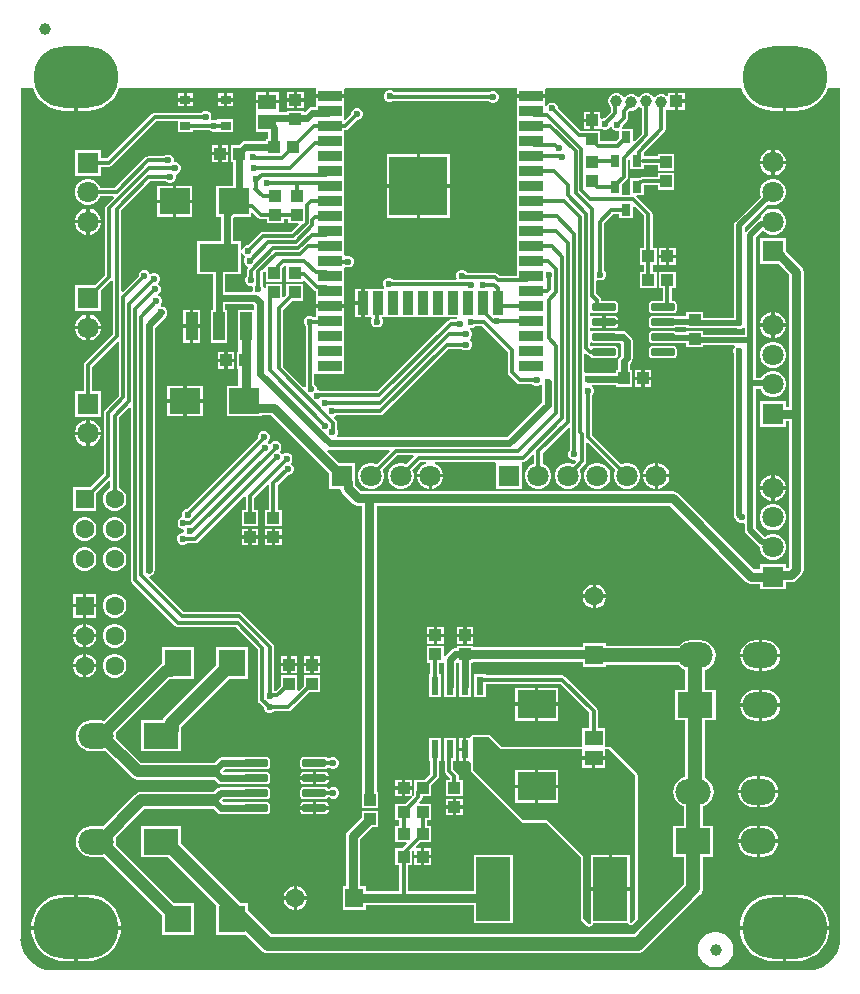
<source format=gtl>
G04*
G04 #@! TF.GenerationSoftware,Altium Limited,Altium Designer,21.8.1 (53)*
G04*
G04 Layer_Physical_Order=1*
G04 Layer_Color=255*
%FSLAX44Y44*%
%MOMM*%
G71*
G04*
G04 #@! TF.SameCoordinates,D16A5DDD-09C7-43D5-B036-B9B5DCE20735*
G04*
G04*
G04 #@! TF.FilePolarity,Positive*
G04*
G01*
G75*
%ADD14C,0.3000*%
%ADD47R,3.3000X2.4000*%
%ADD48R,1.0000X2.4000*%
%ADD49R,2.3000X2.3000*%
%ADD50R,2.6000X2.2000*%
%ADD51R,1.0000X1.0000*%
G04:AMPARAMS|DCode=52|XSize=1.97mm|YSize=0.6mm|CornerRadius=0.075mm|HoleSize=0mm|Usage=FLASHONLY|Rotation=180.000|XOffset=0mm|YOffset=0mm|HoleType=Round|Shape=RoundedRectangle|*
%AMROUNDEDRECTD52*
21,1,1.9700,0.4500,0,0,180.0*
21,1,1.8200,0.6000,0,0,180.0*
1,1,0.1500,-0.9100,0.2250*
1,1,0.1500,0.9100,0.2250*
1,1,0.1500,0.9100,-0.2250*
1,1,0.1500,-0.9100,-0.2250*
%
%ADD52ROUNDEDRECTD52*%
%ADD53R,0.9000X2.0000*%
%ADD54R,5.0000X5.0000*%
%ADD55R,2.0000X0.9000*%
%ADD56R,0.8000X1.0000*%
%ADD57R,0.9000X0.7000*%
%ADD58R,1.0000X1.0000*%
%ADD59R,1.5000X1.3000*%
%ADD60R,2.9000X5.4000*%
%ADD61R,3.3000X2.4000*%
%ADD62R,0.6100X1.6000*%
%ADD63R,3.5100X2.6200*%
%ADD64C,0.6000*%
%ADD65C,0.8000*%
%ADD66C,1.2000*%
%ADD67C,1.0000*%
%ADD68C,0.5000*%
%ADD69O,3.0000X2.2000*%
%ADD70R,3.0000X2.2000*%
%ADD71C,1.0000*%
%ADD72O,7.2000X5.2000*%
%ADD73C,1.6000*%
%ADD74R,1.6000X1.6000*%
%ADD75C,1.8000*%
%ADD76R,1.8000X1.8000*%
%ADD77R,1.8000X1.8000*%
%ADD78R,1.6000X1.6000*%
%ADD79C,0.6000*%
G36*
X301500Y101913D02*
X310000D01*
X314394Y102259D01*
X318679Y103288D01*
X322751Y104975D01*
X326509Y107277D01*
X329860Y110140D01*
X332723Y113491D01*
X335025Y117249D01*
X336579Y121000D01*
X346941D01*
Y-599000D01*
X346952Y-599054D01*
X346624Y-603217D01*
X345637Y-607330D01*
X344018Y-611238D01*
X341808Y-614844D01*
X339061Y-618061D01*
X335844Y-620808D01*
X332238Y-623018D01*
X328330Y-624637D01*
X324217Y-625624D01*
X321244Y-625858D01*
X320000Y-625941D01*
X320000Y-625941D01*
X318746Y-625941D01*
X-320000D01*
X-320054Y-625952D01*
X-324217Y-625624D01*
X-328330Y-624637D01*
X-332238Y-623018D01*
X-335844Y-620808D01*
X-339061Y-618061D01*
X-341808Y-614844D01*
X-344018Y-611238D01*
X-345637Y-607330D01*
X-346624Y-603217D01*
X-346952Y-599054D01*
X-346941Y-599000D01*
Y121000D01*
X-336579D01*
X-335025Y117249D01*
X-332723Y113491D01*
X-329860Y110140D01*
X-326509Y107277D01*
X-322751Y104975D01*
X-318679Y103288D01*
X-314394Y102259D01*
X-310000Y101913D01*
X-301500D01*
Y130000D01*
X-298500D01*
Y101913D01*
X-290000D01*
X-285606Y102259D01*
X-281321Y103288D01*
X-277249Y104975D01*
X-273491Y107277D01*
X-270140Y110140D01*
X-267278Y113491D01*
X-264975Y117249D01*
X-263421Y121000D01*
X-98188Y121000D01*
X-97001Y120800D01*
X-97001Y119730D01*
Y115800D01*
X-85001D01*
X-73001D01*
Y119730D01*
X-71814Y121000D01*
X71812D01*
X72999Y120800D01*
X72999Y119730D01*
Y115800D01*
X84999D01*
X96999D01*
Y119730D01*
X98187Y121000D01*
X263421Y121000D01*
X264975Y117249D01*
X267278Y113491D01*
X270140Y110140D01*
X273491Y107277D01*
X277249Y104975D01*
X281321Y103288D01*
X285606Y102259D01*
X290000Y101913D01*
X298500D01*
Y130000D01*
X301500D01*
Y101913D01*
D02*
G37*
%LPC*%
G36*
X206899Y116850D02*
X201399D01*
Y114846D01*
X200129Y114320D01*
X199997Y114452D01*
X198401Y115373D01*
X196621Y115850D01*
X194778D01*
X192997Y115373D01*
X191401Y114452D01*
X190444Y113495D01*
X189210Y113500D01*
X188905Y113622D01*
X188601Y114148D01*
X187297Y115452D01*
X185701Y116373D01*
X183921Y116850D01*
X182078D01*
X180297Y116373D01*
X178701Y115452D01*
X177398Y114148D01*
X177094Y113622D01*
X176788Y113500D01*
X175554Y113495D01*
X174597Y114452D01*
X173001Y115373D01*
X171221Y115850D01*
X169378D01*
X167597Y115373D01*
X166001Y114452D01*
X165044Y113495D01*
X163810Y113500D01*
X163505Y113622D01*
X163201Y114148D01*
X161897Y115452D01*
X160301Y116373D01*
X158521Y116850D01*
X156678D01*
X154897Y116373D01*
X153301Y115452D01*
X151998Y114148D01*
X151076Y112552D01*
X150599Y110772D01*
Y108929D01*
X151076Y107148D01*
X151998Y105552D01*
X152869Y104681D01*
Y101017D01*
X147702Y95850D01*
X146755D01*
X145019Y95131D01*
X143749Y95581D01*
Y100600D01*
X138249D01*
Y93600D01*
Y86600D01*
X143749D01*
X143749Y86600D01*
X145008Y86574D01*
X146755Y85850D01*
X148744D01*
X150582Y86611D01*
X151988Y88018D01*
X152070Y88217D01*
X153445D01*
X153843Y87257D01*
X155249Y85850D01*
X157087Y85089D01*
X159076D01*
X159749Y84639D01*
Y78389D01*
X159726Y78374D01*
X157271Y75919D01*
X143749D01*
Y84600D01*
X135344D01*
X134999Y84669D01*
X127170D01*
X108029Y103809D01*
Y104757D01*
X107268Y106595D01*
X105862Y108001D01*
X104024Y108762D01*
X102035D01*
X100197Y108001D01*
X98791Y106595D01*
X98269Y105336D01*
X96999Y105589D01*
Y112800D01*
X84999D01*
X72999D01*
Y107800D01*
Y95100D01*
Y82400D01*
Y69700D01*
Y57000D01*
Y44300D01*
Y31600D01*
Y18900D01*
Y6200D01*
Y-6500D01*
Y-19200D01*
Y-31900D01*
Y-37900D01*
X58617D01*
X57494Y-36776D01*
X56336Y-36003D01*
X54970Y-35731D01*
X31513D01*
X31238Y-35068D01*
X29832Y-33661D01*
X27994Y-32900D01*
X26005D01*
X24167Y-33661D01*
X22760Y-35068D01*
X21999Y-36905D01*
Y-38894D01*
X22379Y-39811D01*
X21530Y-41081D01*
X-31248D01*
X-31918Y-40411D01*
X-33756Y-39650D01*
X-35745D01*
X-37583Y-40411D01*
X-38990Y-41817D01*
X-39751Y-43655D01*
Y-45644D01*
X-38990Y-47482D01*
X-38845Y-47626D01*
X-39331Y-48800D01*
X-55651D01*
Y-60800D01*
Y-72800D01*
X-50268D01*
X-49962Y-73200D01*
X-49594Y-74070D01*
X-50251Y-75655D01*
Y-77644D01*
X-49490Y-79482D01*
X-48083Y-80889D01*
X-46245Y-81650D01*
X-44256D01*
X-42418Y-80889D01*
X-41012Y-79482D01*
X-40251Y-77644D01*
Y-75655D01*
X-40908Y-74070D01*
X-40539Y-73200D01*
X-40234Y-72800D01*
X22483D01*
X22762Y-74017D01*
X21985Y-74831D01*
X17499D01*
X16134Y-75103D01*
X14976Y-75876D01*
X-44829Y-135681D01*
X-92700D01*
X-92992Y-135389D01*
X-94830Y-134627D01*
X-96251D01*
Y-132754D01*
X-97012Y-130917D01*
X-98119Y-129810D01*
Y-121166D01*
X-97001Y-120800D01*
Y-120800D01*
X-73001D01*
Y-108100D01*
Y-95400D01*
Y-82700D01*
Y-70000D01*
Y-65000D01*
X-85001D01*
X-97001D01*
Y-70000D01*
Y-73206D01*
X-98623D01*
X-99293Y-72536D01*
X-101131Y-71775D01*
X-103120D01*
X-104958Y-72536D01*
X-106365Y-73942D01*
X-107126Y-75780D01*
Y-77769D01*
X-106365Y-79607D01*
X-105257Y-80715D01*
Y-130683D01*
X-105490Y-130917D01*
X-105899Y-131903D01*
X-107396Y-132201D01*
X-124722Y-114876D01*
Y-66918D01*
X-116704Y-58900D01*
X-107751D01*
Y-44900D01*
X-121751D01*
Y-53853D01*
X-124078Y-56180D01*
X-125251Y-55694D01*
Y-44900D01*
X-139251D01*
Y-47934D01*
X-140496Y-47994D01*
X-141257Y-46157D01*
X-141927Y-45486D01*
Y-35673D01*
X-140424Y-34170D01*
X-139251Y-34656D01*
Y-42900D01*
X-125251D01*
Y-32745D01*
X-125182Y-32400D01*
Y-31378D01*
X-123023Y-29218D01*
X-121751D01*
Y-42900D01*
X-107751D01*
Y-42606D01*
X-106578Y-42120D01*
X-98374Y-50323D01*
X-97216Y-51097D01*
X-97001Y-51140D01*
Y-57300D01*
Y-62000D01*
X-85001D01*
X-73001D01*
Y-57300D01*
Y-44600D01*
Y-31130D01*
X-71731Y-30388D01*
X-70495Y-30900D01*
X-68506D01*
X-66669Y-30139D01*
X-65262Y-28732D01*
X-64501Y-26894D01*
Y-24905D01*
X-65262Y-23068D01*
X-66669Y-21661D01*
X-68506Y-20900D01*
X-70495D01*
X-71731Y-21411D01*
X-73001Y-20669D01*
Y-6500D01*
Y6200D01*
Y18900D01*
Y31600D01*
Y44300D01*
Y57000D01*
Y69700D01*
Y85331D01*
X-71951D01*
X-70586Y85603D01*
X-69428Y86376D01*
X-61954Y93850D01*
X-61006D01*
X-59169Y94611D01*
X-57762Y96018D01*
X-57001Y97856D01*
Y99845D01*
X-57762Y101683D01*
X-59169Y103089D01*
X-61006Y103850D01*
X-62995D01*
X-64833Y103089D01*
X-66240Y101683D01*
X-67001Y99845D01*
Y98897D01*
X-71828Y94070D01*
X-73001Y94556D01*
Y107800D01*
Y112800D01*
X-85001D01*
X-97001D01*
Y105198D01*
X-99751D01*
X-101702Y104810D01*
X-103356Y103705D01*
X-105981Y101080D01*
X-107251Y101606D01*
Y101850D01*
X-121251D01*
Y100448D01*
X-127501D01*
X-128501Y101100D01*
X-128501Y102370D01*
Y108100D01*
X-147501D01*
Y102370D01*
X-147501Y101100D01*
X-147501Y99830D01*
Y84100D01*
X-137349D01*
Y78100D01*
X-139251D01*
Y76198D01*
X-156501D01*
X-158452Y75810D01*
X-160106Y74705D01*
X-162202Y72608D01*
X-162243Y72600D01*
X-169001D01*
Y58600D01*
X-167099D01*
Y38000D01*
X-181500D01*
Y12000D01*
X-177524D01*
Y-8500D01*
X-197500D01*
Y-36500D01*
X-184098D01*
Y-56500D01*
Y-66500D01*
X-186000D01*
Y-94500D01*
X-172000D01*
Y-66500D01*
X-173902D01*
Y-61598D01*
X-150362D01*
X-149349Y-62611D01*
Y-66500D01*
X-163000D01*
Y-94500D01*
X-162493D01*
Y-102500D01*
X-164000D01*
Y-116500D01*
X-162493D01*
Y-131000D01*
X-172500D01*
Y-157000D01*
X-142500D01*
Y-155768D01*
X-135034D01*
X-86001Y-204801D01*
Y-218150D01*
X-76069D01*
X-75653Y-220241D01*
X-74327Y-222225D01*
X-65827Y-230725D01*
X-63842Y-232052D01*
X-61501Y-232517D01*
X-57618D01*
Y-474650D01*
X-58001D01*
Y-488650D01*
X-44001D01*
Y-474650D01*
X-45383D01*
Y-232517D01*
X202616D01*
X266949Y-296851D01*
X268934Y-298177D01*
X271275Y-298642D01*
X279000D01*
Y-303525D01*
X301000D01*
Y-297598D01*
X305314D01*
X307655Y-297132D01*
X309639Y-295806D01*
X314326Y-291120D01*
X315652Y-289135D01*
X316118Y-286794D01*
Y-155012D01*
Y-34387D01*
X315652Y-32046D01*
X314326Y-30062D01*
X301000Y-16736D01*
Y-6000D01*
X279000D01*
Y-28000D01*
X294961D01*
X303883Y-36921D01*
Y-148645D01*
X301000D01*
Y-143762D01*
X279000D01*
Y-165762D01*
X301000D01*
Y-160880D01*
X303883D01*
Y-284260D01*
X302780Y-285363D01*
X301000D01*
Y-281525D01*
X279000D01*
Y-286407D01*
X273809D01*
X209475Y-222074D01*
X207491Y-220748D01*
X205150Y-220282D01*
X-58967D01*
X-63883Y-215366D01*
Y-212150D01*
X-64001Y-211559D01*
Y-196150D01*
X-77349D01*
X-87374Y-186126D01*
X-87331Y-185871D01*
X-85891Y-184870D01*
X-85251Y-184998D01*
X-34555D01*
X-34069Y-186171D01*
X-45148Y-197250D01*
X-45755Y-196899D01*
X-48553Y-196150D01*
X-51449D01*
X-54247Y-196899D01*
X-56755Y-198348D01*
X-58803Y-200396D01*
X-60251Y-202904D01*
X-61001Y-205702D01*
Y-208598D01*
X-60251Y-211396D01*
X-58803Y-213904D01*
X-56755Y-215952D01*
X-54247Y-217400D01*
X-51449Y-218150D01*
X-48553D01*
X-45755Y-217400D01*
X-43247Y-215952D01*
X-41199Y-213904D01*
X-39750Y-211396D01*
X-39001Y-208598D01*
Y-205702D01*
X-39750Y-202904D01*
X-40101Y-202297D01*
X-27773Y-189968D01*
X-14526D01*
X-14039Y-191142D01*
X-20148Y-197250D01*
X-20755Y-196899D01*
X-23553Y-196150D01*
X-26449D01*
X-29247Y-196899D01*
X-31755Y-198348D01*
X-33803Y-200396D01*
X-35251Y-202904D01*
X-36001Y-205702D01*
Y-208598D01*
X-35251Y-211396D01*
X-33803Y-213904D01*
X-31755Y-215952D01*
X-29247Y-217400D01*
X-26449Y-218150D01*
X-23553D01*
X-20755Y-217400D01*
X-18247Y-215952D01*
X-16199Y-213904D01*
X-14750Y-211396D01*
X-14001Y-208598D01*
Y-205702D01*
X-14750Y-202904D01*
X-15101Y-202297D01*
X-8273Y-195468D01*
X-3813D01*
X-3646Y-196738D01*
X-4247Y-196899D01*
X-6755Y-198348D01*
X-8803Y-200396D01*
X-10251Y-202904D01*
X-10987Y-205650D01*
X10985D01*
X10250Y-202904D01*
X8801Y-200396D01*
X6753Y-198348D01*
X4245Y-196899D01*
X3644Y-196738D01*
X3811Y-195468D01*
X54511D01*
X55499Y-196150D01*
X55499Y-196738D01*
Y-218150D01*
X77499D01*
X77499Y-196458D01*
X78038Y-195747D01*
X78469Y-195425D01*
X79615Y-195197D01*
X80772Y-194423D01*
X86757Y-188438D01*
X87931Y-188924D01*
Y-196718D01*
X87253Y-196899D01*
X84745Y-198348D01*
X82697Y-200396D01*
X81249Y-202904D01*
X80499Y-205702D01*
Y-208598D01*
X81249Y-211396D01*
X82697Y-213904D01*
X84745Y-215952D01*
X87253Y-217400D01*
X90051Y-218150D01*
X92947D01*
X95745Y-217400D01*
X98253Y-215952D01*
X100301Y-213904D01*
X101749Y-211396D01*
X102499Y-208598D01*
Y-205702D01*
X101749Y-202904D01*
X100301Y-200396D01*
X98253Y-198348D01*
X95745Y-196899D01*
X95068Y-196718D01*
Y-188128D01*
X117257Y-165938D01*
X118431Y-166425D01*
Y-185647D01*
X117760Y-186318D01*
X116999Y-188155D01*
Y-190144D01*
X117760Y-191982D01*
X119167Y-193389D01*
X121005Y-194150D01*
X122656D01*
X123237Y-195151D01*
X123279Y-195323D01*
X121352Y-197250D01*
X120745Y-196899D01*
X117947Y-196150D01*
X115051D01*
X112253Y-196899D01*
X109745Y-198348D01*
X107697Y-200396D01*
X106249Y-202904D01*
X105499Y-205702D01*
Y-208598D01*
X106249Y-211396D01*
X107697Y-213904D01*
X109745Y-215952D01*
X112253Y-217400D01*
X115051Y-218150D01*
X117947D01*
X120745Y-217400D01*
X123253Y-215952D01*
X125301Y-213904D01*
X126749Y-211396D01*
X127499Y-208598D01*
Y-205702D01*
X126749Y-202904D01*
X126399Y-202297D01*
X131023Y-197673D01*
X131796Y-196515D01*
X132068Y-195150D01*
Y-179424D01*
X133241Y-178938D01*
X156599Y-202297D01*
X156249Y-202904D01*
X155499Y-205702D01*
Y-208598D01*
X156249Y-211396D01*
X157697Y-213904D01*
X159745Y-215952D01*
X162253Y-217400D01*
X165051Y-218150D01*
X167947D01*
X170745Y-217400D01*
X173253Y-215952D01*
X175301Y-213904D01*
X176749Y-211396D01*
X177499Y-208598D01*
Y-205702D01*
X176749Y-202904D01*
X175301Y-200396D01*
X173253Y-198348D01*
X170745Y-196899D01*
X167947Y-196150D01*
X165051D01*
X162253Y-196899D01*
X161646Y-197250D01*
X137068Y-172672D01*
Y-138902D01*
X137738Y-138232D01*
X138499Y-136394D01*
Y-134405D01*
X137738Y-132568D01*
X136650Y-131480D01*
X137101Y-130210D01*
X156999D01*
Y-131824D01*
X170999D01*
Y-117824D01*
X169097D01*
Y-112368D01*
X170104Y-111361D01*
X171209Y-109707D01*
X171597Y-107756D01*
Y-93189D01*
X171209Y-91238D01*
X170104Y-89584D01*
X166589Y-86069D01*
X164935Y-84964D01*
X162985Y-84576D01*
X147300D01*
X147078Y-84620D01*
X138200D01*
X137127Y-84833D01*
X136838Y-85027D01*
X135568Y-84348D01*
Y-82300D01*
X136838Y-81621D01*
X137127Y-81814D01*
X138200Y-82028D01*
X145800D01*
Y-76974D01*
Y-71920D01*
X138200D01*
X137127Y-72133D01*
X136838Y-72327D01*
X135568Y-71648D01*
Y-69600D01*
X136838Y-68921D01*
X137127Y-69114D01*
X138200Y-69328D01*
X156400D01*
X157473Y-69114D01*
X158383Y-68507D01*
X158990Y-67597D01*
X159204Y-66524D01*
Y-62024D01*
X158990Y-60951D01*
X158383Y-60041D01*
X157473Y-59433D01*
X156400Y-59220D01*
X144449D01*
Y-58531D01*
X144178Y-57166D01*
X143404Y-56008D01*
X140568Y-53172D01*
Y-42472D01*
X141838Y-41624D01*
X142505Y-41900D01*
X144494D01*
X146332Y-41139D01*
X147738Y-39732D01*
X148499Y-37894D01*
Y-35905D01*
X147738Y-34067D01*
X147068Y-33397D01*
Y6226D01*
X154874Y14032D01*
X159749D01*
Y10600D01*
X171749D01*
Y20394D01*
X172922Y20880D01*
X181181Y12622D01*
Y-14400D01*
X177749D01*
Y-28400D01*
X181181D01*
Y-34400D01*
X177749D01*
Y-48400D01*
X191749D01*
Y-34400D01*
X188318D01*
Y-28400D01*
X191749D01*
Y-14400D01*
X188318D01*
Y14100D01*
X188046Y15466D01*
X187272Y16624D01*
X174566Y29330D01*
X174944Y30488D01*
X175031Y30600D01*
X181249D01*
Y38532D01*
X192499D01*
Y35100D01*
X206499D01*
Y49100D01*
X192499D01*
Y45669D01*
X179749D01*
X178384Y45397D01*
X177226Y44624D01*
X177202Y44600D01*
X169249D01*
Y30669D01*
X162249D01*
Y39553D01*
X166285Y43589D01*
X167059Y44747D01*
X167330Y46113D01*
Y60166D01*
X168036Y60732D01*
X169249Y60197D01*
Y52350D01*
X181249D01*
Y56032D01*
X192499D01*
Y51100D01*
X206499D01*
Y65100D01*
X192499D01*
Y63169D01*
X181249D01*
Y66350D01*
X181249Y66350D01*
X181249D01*
X181821Y67376D01*
X198223Y83777D01*
X198996Y84935D01*
X199268Y86300D01*
Y102583D01*
X200296Y103259D01*
X201399Y102850D01*
Y102850D01*
X206899D01*
Y109850D01*
Y116850D01*
D02*
G37*
G36*
X-166751Y116600D02*
X-171751D01*
Y112600D01*
X-166751D01*
Y116600D01*
D02*
G37*
G36*
X-174751D02*
X-179751D01*
Y112600D01*
X-174751D01*
Y116600D01*
D02*
G37*
G36*
X-200751D02*
X-205751D01*
Y112600D01*
X-200751D01*
Y116600D01*
D02*
G37*
G36*
X-208751D02*
X-213751D01*
Y112600D01*
X-208751D01*
Y116600D01*
D02*
G37*
G36*
X-107251Y117850D02*
X-112751D01*
Y112350D01*
X-107251D01*
Y117850D01*
D02*
G37*
G36*
X-115751D02*
X-121251D01*
Y112350D01*
X-115751D01*
Y117850D01*
D02*
G37*
G36*
X215399Y116850D02*
X209899D01*
Y111350D01*
X215399D01*
Y116850D01*
D02*
G37*
G36*
X-128501Y118100D02*
X-136501D01*
Y111100D01*
X-128501D01*
Y118100D01*
D02*
G37*
G36*
X-139501D02*
X-147501D01*
Y111100D01*
X-139501D01*
Y118100D01*
D02*
G37*
G36*
X-33256Y119100D02*
X-35245D01*
X-37083Y118339D01*
X-38490Y116932D01*
X-39251Y115095D01*
Y113106D01*
X-38490Y111268D01*
X-37083Y109861D01*
X-35245Y109100D01*
X-33256D01*
X-31418Y109861D01*
X-31123Y110157D01*
X49122D01*
X50167Y109111D01*
X52005Y108350D01*
X53994D01*
X55831Y109111D01*
X57238Y110518D01*
X57999Y112356D01*
Y114345D01*
X57238Y116182D01*
X55831Y117589D01*
X53994Y118350D01*
X52005D01*
X50167Y117589D01*
X49872Y117294D01*
X-30373D01*
X-31418Y118339D01*
X-33256Y119100D01*
D02*
G37*
G36*
X-166751Y109600D02*
X-171751D01*
Y105600D01*
X-166751D01*
Y109600D01*
D02*
G37*
G36*
X-174751D02*
X-179751D01*
Y105600D01*
X-174751D01*
Y109600D01*
D02*
G37*
G36*
X-200751Y109600D02*
X-205751D01*
Y105600D01*
X-200751D01*
Y109600D01*
D02*
G37*
G36*
X-208751D02*
X-213751D01*
Y105600D01*
X-208751D01*
Y109600D01*
D02*
G37*
G36*
X-107251Y109350D02*
X-112751D01*
Y103850D01*
X-107251D01*
Y109350D01*
D02*
G37*
G36*
X-115751D02*
X-121251D01*
Y103850D01*
X-115751D01*
Y109350D01*
D02*
G37*
G36*
X215399Y108350D02*
X209899D01*
Y102850D01*
X215399D01*
Y108350D01*
D02*
G37*
G36*
X135249Y100600D02*
X129749D01*
Y95100D01*
X135249D01*
Y100600D01*
D02*
G37*
G36*
Y92100D02*
X129749D01*
Y86600D01*
X135249D01*
Y92100D01*
D02*
G37*
G36*
X-189256Y101750D02*
X-191245D01*
X-193083Y100989D01*
X-193753Y100319D01*
X-233296D01*
X-234662Y100047D01*
X-235819Y99274D01*
X-273549Y61544D01*
X-279000D01*
Y68975D01*
X-301000D01*
Y46975D01*
X-279000D01*
Y54407D01*
X-272071D01*
X-270705Y54678D01*
X-269548Y55452D01*
X-231818Y93182D01*
X-213751D01*
Y83600D01*
X-200751D01*
Y85532D01*
X-186253D01*
X-185583Y84861D01*
X-183745Y84100D01*
X-181756D01*
X-181021Y84405D01*
X-179751Y83600D01*
Y83600D01*
X-166751D01*
Y94600D01*
X-179751D01*
Y94600D01*
X-181021Y93796D01*
X-181756Y94100D01*
X-183745D01*
X-184731Y93692D01*
X-185703Y94664D01*
X-185251Y95756D01*
Y97745D01*
X-186012Y99583D01*
X-187418Y100989D01*
X-189256Y101750D01*
D02*
G37*
G36*
X-171001Y72600D02*
X-176501D01*
Y67100D01*
X-171001D01*
Y72600D01*
D02*
G37*
G36*
X-179501D02*
X-185001D01*
Y67100D01*
X-179501D01*
Y72600D01*
D02*
G37*
G36*
X291500Y68986D02*
Y59500D01*
X300986D01*
X300250Y62246D01*
X298802Y64754D01*
X296754Y66802D01*
X294246Y68250D01*
X291500Y68986D01*
D02*
G37*
G36*
X288500Y68986D02*
X285754Y68250D01*
X283246Y66802D01*
X281198Y64754D01*
X279750Y62246D01*
X279014Y59500D01*
X288500D01*
Y68986D01*
D02*
G37*
G36*
X-171001Y64100D02*
X-176501D01*
Y58600D01*
X-171001D01*
Y64100D01*
D02*
G37*
G36*
X-179501D02*
X-185001D01*
Y58600D01*
X-179501D01*
Y64100D01*
D02*
G37*
G36*
X288500Y56500D02*
X279014D01*
X279750Y53754D01*
X281198Y51246D01*
X283246Y49198D01*
X285754Y47750D01*
X288500Y47014D01*
Y56500D01*
D02*
G37*
G36*
X300986D02*
X291500D01*
Y47014D01*
X294246Y47750D01*
X296754Y49198D01*
X298802Y51246D01*
X300250Y53754D01*
X300986Y56500D01*
D02*
G37*
G36*
X16999Y65100D02*
X-8501D01*
Y39600D01*
X16999D01*
Y65100D01*
D02*
G37*
G36*
X-11501D02*
X-37001D01*
Y39600D01*
X-11501D01*
Y65100D01*
D02*
G37*
G36*
X-221157Y64750D02*
X-223146D01*
X-224984Y63989D01*
X-225654Y63319D01*
X-238750D01*
X-240116Y63047D01*
X-241273Y62273D01*
X-267003Y36544D01*
X-279568D01*
X-279750Y37221D01*
X-281198Y39729D01*
X-283246Y41777D01*
X-285754Y43225D01*
X-288552Y43975D01*
X-291448D01*
X-294246Y43225D01*
X-296754Y41777D01*
X-298802Y39729D01*
X-300250Y37221D01*
X-301000Y34423D01*
Y31527D01*
X-300250Y28729D01*
X-298802Y26221D01*
X-296754Y24173D01*
X-294246Y22725D01*
X-291448Y21975D01*
X-288552D01*
X-285754Y22725D01*
X-283246Y24173D01*
X-281198Y26221D01*
X-279750Y28729D01*
X-279568Y29407D01*
X-268620D01*
X-268134Y28233D01*
X-274781Y21587D01*
X-275554Y20429D01*
X-275826Y19064D01*
Y-37492D01*
X-284047Y-45712D01*
X-301000D01*
Y-67712D01*
X-279000D01*
Y-50759D01*
X-270089Y-41848D01*
X-268819Y-42351D01*
Y-87523D01*
X-292523Y-111227D01*
X-293297Y-112384D01*
X-293569Y-113750D01*
Y-135400D01*
X-301000D01*
Y-157400D01*
X-279000D01*
Y-135400D01*
X-286431D01*
Y-115228D01*
X-264743Y-93539D01*
X-263569Y-94025D01*
Y-139422D01*
X-275624Y-151476D01*
X-276397Y-152634D01*
X-276669Y-153999D01*
Y-205822D01*
X-287747Y-216900D01*
X-302700D01*
Y-236900D01*
X-282700D01*
Y-221947D01*
X-272042Y-211288D01*
X-270869Y-211774D01*
Y-217503D01*
X-271160Y-217581D01*
X-273440Y-218898D01*
X-275302Y-220760D01*
X-276618Y-223040D01*
X-277300Y-225583D01*
Y-228216D01*
X-276618Y-230760D01*
X-275302Y-233040D01*
X-273440Y-234902D01*
X-271160Y-236218D01*
X-268617Y-236900D01*
X-265984D01*
X-263440Y-236218D01*
X-261160Y-234902D01*
X-259298Y-233040D01*
X-257981Y-230760D01*
X-257300Y-228216D01*
Y-225583D01*
X-257981Y-223040D01*
X-259298Y-220760D01*
X-261160Y-218898D01*
X-263440Y-217581D01*
X-263731Y-217503D01*
Y-195949D01*
X-263731Y-195949D01*
Y-158028D01*
X-254743Y-149039D01*
X-253569Y-149525D01*
Y-295249D01*
X-253298Y-296615D01*
X-252524Y-297773D01*
X-215773Y-334523D01*
X-214616Y-335297D01*
X-213250Y-335569D01*
X-164478D01*
X-145819Y-354227D01*
Y-397092D01*
X-145548Y-398458D01*
X-144774Y-399616D01*
X-141097Y-403293D01*
Y-404240D01*
X-140336Y-406078D01*
X-138929Y-407485D01*
X-137092Y-408246D01*
X-135102D01*
X-133265Y-407485D01*
X-132594Y-406815D01*
X-120347D01*
X-118981Y-406543D01*
X-117824Y-405769D01*
X-102204Y-390150D01*
X-93251D01*
Y-376150D01*
X-107251D01*
Y-385103D01*
X-111231Y-389083D01*
X-112501Y-388557D01*
Y-376150D01*
X-126501D01*
Y-385103D01*
X-130905Y-389507D01*
X-132182D01*
Y-352178D01*
X-132454Y-350812D01*
X-133227Y-349655D01*
X-159156Y-323727D01*
X-160313Y-322953D01*
X-161679Y-322681D01*
X-208772D01*
X-238133Y-293320D01*
X-238078Y-292742D01*
X-237657Y-292000D01*
X-237505D01*
X-237042Y-291808D01*
X-236549Y-291710D01*
X-236132Y-291431D01*
X-235668Y-291239D01*
X-235313Y-290884D01*
X-234895Y-290605D01*
X-234616Y-290187D01*
X-234261Y-289832D01*
X-234069Y-289368D01*
X-233790Y-288951D01*
X-233692Y-288458D01*
X-233500Y-287995D01*
Y-287493D01*
X-233402Y-287000D01*
X-233403Y-286996D01*
Y-81862D01*
X-224145Y-72605D01*
X-223866Y-72187D01*
X-223511Y-71832D01*
X-223319Y-71368D01*
X-223040Y-70951D01*
X-222942Y-70458D01*
X-222750Y-69995D01*
Y-69493D01*
X-222652Y-69000D01*
X-222750Y-68507D01*
Y-68005D01*
X-222942Y-67542D01*
X-223040Y-67049D01*
X-223319Y-66632D01*
X-223511Y-66168D01*
X-223866Y-65813D01*
X-224145Y-65395D01*
X-224563Y-65116D01*
X-224918Y-64761D01*
X-225382Y-64569D01*
X-225799Y-64290D01*
X-226292Y-64192D01*
X-226755Y-64000D01*
X-227257D01*
X-227571Y-63938D01*
X-227910Y-63352D01*
X-228107Y-62678D01*
X-227761Y-62332D01*
X-227000Y-60495D01*
Y-58505D01*
X-227761Y-56668D01*
X-229168Y-55261D01*
X-229971Y-54928D01*
X-230111Y-54556D01*
X-230156Y-53477D01*
X-229011Y-52332D01*
X-228250Y-50495D01*
Y-48505D01*
X-229011Y-46668D01*
X-230099Y-45580D01*
X-230416Y-45254D01*
X-230169Y-43990D01*
X-229511Y-43332D01*
X-228750Y-41495D01*
Y-39505D01*
X-229511Y-37668D01*
X-230918Y-36261D01*
X-232755Y-35500D01*
X-234745D01*
X-236582Y-36261D01*
X-237374Y-36104D01*
X-237761Y-35168D01*
X-239168Y-33761D01*
X-241005Y-33000D01*
X-242995D01*
X-244832Y-33761D01*
X-246239Y-35168D01*
X-247000Y-37005D01*
Y-37953D01*
X-260509Y-51462D01*
X-261682Y-50976D01*
Y17521D01*
X-237100Y42103D01*
X-223674D01*
X-223332Y41761D01*
X-221495Y41000D01*
X-219505D01*
X-217668Y41761D01*
X-216261Y43168D01*
X-215500Y45005D01*
Y46995D01*
X-215534Y47077D01*
X-214735Y48466D01*
X-213418Y49011D01*
X-212011Y50418D01*
X-211250Y52255D01*
Y54245D01*
X-212011Y56082D01*
X-213418Y57489D01*
X-215255Y58250D01*
X-215986D01*
X-217151Y58755D01*
Y60745D01*
X-217913Y62582D01*
X-219319Y63989D01*
X-221157Y64750D01*
D02*
G37*
G36*
X-201500Y38000D02*
X-215000D01*
Y26500D01*
X-201500D01*
Y38000D01*
D02*
G37*
G36*
X-218000D02*
X-231500D01*
Y26500D01*
X-218000D01*
Y38000D01*
D02*
G37*
G36*
X291448Y44000D02*
X288552D01*
X285754Y43250D01*
X283246Y41802D01*
X281198Y39754D01*
X279750Y37246D01*
X279000Y34448D01*
Y31552D01*
X279647Y29136D01*
X258506Y7994D01*
X257511Y6506D01*
X257162Y4750D01*
Y-73312D01*
X230749D01*
Y-68400D01*
X216749D01*
Y-72386D01*
X207251D01*
X206873Y-72133D01*
X205800Y-71920D01*
X187600D01*
X186527Y-72133D01*
X185617Y-72741D01*
X185010Y-73651D01*
X184796Y-74724D01*
Y-79224D01*
X185010Y-80297D01*
X185617Y-81207D01*
X186527Y-81814D01*
X187600Y-82028D01*
X205800D01*
X206873Y-81814D01*
X207251Y-81562D01*
X216749D01*
Y-82400D01*
X225806D01*
X226249Y-82488D01*
X258917D01*
X258918Y-82489D01*
X260755Y-83250D01*
X262745D01*
X264582Y-82489D01*
X265142Y-81929D01*
X266412Y-82455D01*
Y-87732D01*
X230749D01*
Y-84400D01*
X216749D01*
Y-85586D01*
X207879D01*
X207783Y-85441D01*
X206873Y-84833D01*
X205800Y-84620D01*
X187600D01*
X186527Y-84833D01*
X185617Y-85441D01*
X185010Y-86351D01*
X184796Y-87424D01*
Y-91924D01*
X185010Y-92997D01*
X185617Y-93907D01*
X186527Y-94514D01*
X187600Y-94728D01*
X197028D01*
X197200Y-94762D01*
X216749D01*
Y-98400D01*
X230749D01*
Y-96908D01*
X257225D01*
X257751Y-98178D01*
X257261Y-98668D01*
X256500Y-100505D01*
Y-102495D01*
X256912Y-103489D01*
Y-240229D01*
X257261Y-241985D01*
X258256Y-243474D01*
X258658Y-243876D01*
X259261Y-245332D01*
X260668Y-246739D01*
X262505Y-247500D01*
X264495D01*
X265142Y-247232D01*
X266412Y-248081D01*
Y-253500D01*
X266761Y-255256D01*
X267756Y-256744D01*
X277601Y-266590D01*
X279000Y-267524D01*
Y-268973D01*
X279750Y-271771D01*
X281198Y-274279D01*
X283246Y-276327D01*
X285754Y-277775D01*
X288552Y-278525D01*
X291448D01*
X294246Y-277775D01*
X296754Y-276327D01*
X298802Y-274279D01*
X300250Y-271771D01*
X301000Y-268973D01*
Y-266077D01*
X300250Y-263279D01*
X298802Y-260771D01*
X296754Y-258723D01*
X294246Y-257274D01*
X291448Y-256525D01*
X288552D01*
X285754Y-257274D01*
X283246Y-258723D01*
X283061Y-258908D01*
X282856Y-258867D01*
X275588Y-251600D01*
Y-133588D01*
X279637D01*
X279750Y-134008D01*
X281198Y-136517D01*
X283246Y-138565D01*
X285754Y-140013D01*
X288552Y-140762D01*
X291448D01*
X294246Y-140013D01*
X296754Y-138565D01*
X298802Y-136517D01*
X300250Y-134008D01*
X301000Y-131211D01*
Y-128314D01*
X300250Y-125517D01*
X298802Y-123008D01*
X296754Y-120960D01*
X294246Y-119512D01*
X291448Y-118762D01*
X288552D01*
X285754Y-119512D01*
X283246Y-120960D01*
X281198Y-123008D01*
X280387Y-124412D01*
X275588D01*
Y-92500D01*
Y-5401D01*
X281716Y728D01*
X283246Y-802D01*
X285754Y-2250D01*
X288552Y-3000D01*
X291448D01*
X294246Y-2250D01*
X296754Y-802D01*
X298802Y1246D01*
X300250Y3754D01*
X301000Y6552D01*
Y9448D01*
X300250Y12246D01*
X298802Y14754D01*
X296754Y16802D01*
X294246Y18250D01*
X291448Y19000D01*
X288552D01*
X285754Y18250D01*
X283246Y16802D01*
X281198Y14754D01*
X279750Y12246D01*
X279128Y9925D01*
X278257Y9751D01*
X276768Y8757D01*
X267756Y-256D01*
X267608Y-476D01*
X266338Y-91D01*
Y2849D01*
X286136Y22647D01*
X288552Y22000D01*
X291448D01*
X294246Y22750D01*
X296754Y24198D01*
X298802Y26246D01*
X300250Y28754D01*
X301000Y31552D01*
Y34448D01*
X300250Y37246D01*
X298802Y39754D01*
X296754Y41802D01*
X294246Y43250D01*
X291448Y44000D01*
D02*
G37*
G36*
X-201500Y23500D02*
X-215000D01*
Y12000D01*
X-201500D01*
Y23500D01*
D02*
G37*
G36*
X-218000D02*
X-231500D01*
Y12000D01*
X-218000D01*
Y23500D01*
D02*
G37*
G36*
X16999Y36600D02*
X-8501D01*
Y11100D01*
X16999D01*
Y36600D01*
D02*
G37*
G36*
X-11501D02*
X-37001D01*
Y11100D01*
X-11501D01*
Y36600D01*
D02*
G37*
G36*
X-288500Y18961D02*
Y9475D01*
X-279014D01*
X-279750Y12221D01*
X-281198Y14729D01*
X-283246Y16777D01*
X-285754Y18226D01*
X-288500Y18961D01*
D02*
G37*
G36*
X-291500Y18961D02*
X-294246Y18226D01*
X-296754Y16777D01*
X-298802Y14729D01*
X-300250Y12221D01*
X-300986Y9475D01*
X-291500D01*
Y18961D01*
D02*
G37*
G36*
X-279014Y6475D02*
X-288500D01*
Y-3011D01*
X-285754Y-2275D01*
X-283246Y-827D01*
X-281198Y1221D01*
X-279750Y3729D01*
X-279014Y6475D01*
D02*
G37*
G36*
X-291500D02*
X-300986D01*
X-300250Y3729D01*
X-298802Y1221D01*
X-296754Y-827D01*
X-294246Y-2275D01*
X-291500Y-3011D01*
Y6475D01*
D02*
G37*
G36*
X207749Y-14400D02*
X202249D01*
Y-19900D01*
X207749D01*
Y-14400D01*
D02*
G37*
G36*
X199249D02*
X193749D01*
Y-19900D01*
X199249D01*
Y-14400D01*
D02*
G37*
G36*
X207749Y-22900D02*
X202249D01*
Y-28400D01*
X207749D01*
Y-22900D01*
D02*
G37*
G36*
X199249D02*
X193749D01*
Y-28400D01*
X199249D01*
Y-22900D01*
D02*
G37*
G36*
X-58650Y-48800D02*
X-63651D01*
Y-59300D01*
X-58650D01*
Y-48800D01*
D02*
G37*
G36*
X207749Y-34400D02*
X193749D01*
Y-48400D01*
X197181D01*
Y-59220D01*
X187600D01*
X186527Y-59433D01*
X185617Y-60041D01*
X185010Y-60951D01*
X184796Y-62024D01*
Y-66524D01*
X185010Y-67597D01*
X185617Y-68507D01*
X186527Y-69114D01*
X187600Y-69328D01*
X205800D01*
X206873Y-69114D01*
X207783Y-68507D01*
X208390Y-67597D01*
X208604Y-66524D01*
Y-62024D01*
X208390Y-60951D01*
X207783Y-60041D01*
X206873Y-59433D01*
X205800Y-59220D01*
X204318D01*
Y-48400D01*
X207749D01*
Y-34400D01*
D02*
G37*
G36*
X-58650Y-62300D02*
X-63651D01*
Y-72800D01*
X-58650D01*
Y-62300D01*
D02*
G37*
G36*
X156400Y-71920D02*
X148800D01*
Y-75474D01*
X159204D01*
Y-74724D01*
X158990Y-73651D01*
X158383Y-72741D01*
X157473Y-72133D01*
X156400Y-71920D01*
D02*
G37*
G36*
X291500Y-68776D02*
Y-78262D01*
X300986D01*
X300250Y-75517D01*
X298802Y-73008D01*
X296754Y-70960D01*
X294246Y-69512D01*
X291500Y-68776D01*
D02*
G37*
G36*
X288500D02*
X285754Y-69512D01*
X283246Y-70960D01*
X281198Y-73008D01*
X279750Y-75517D01*
X279014Y-78262D01*
X288500D01*
Y-68776D01*
D02*
G37*
G36*
X-195000Y-66500D02*
X-200500D01*
Y-79000D01*
X-195000D01*
Y-66500D01*
D02*
G37*
G36*
X-203500D02*
X-209000D01*
Y-79000D01*
X-203500D01*
Y-66500D01*
D02*
G37*
G36*
X-288500Y-70726D02*
Y-80212D01*
X-279014D01*
X-279750Y-77467D01*
X-281198Y-74958D01*
X-283246Y-72910D01*
X-285754Y-71462D01*
X-288500Y-70726D01*
D02*
G37*
G36*
X-291500Y-70726D02*
X-294246Y-71462D01*
X-296754Y-72910D01*
X-298802Y-74958D01*
X-300250Y-77467D01*
X-300986Y-80212D01*
X-291500D01*
Y-70726D01*
D02*
G37*
G36*
X159204Y-78474D02*
X148800D01*
Y-82028D01*
X156400D01*
X157473Y-81814D01*
X158383Y-81207D01*
X158990Y-80297D01*
X159204Y-79224D01*
Y-78474D01*
D02*
G37*
G36*
X300986Y-81262D02*
X291500D01*
Y-90749D01*
X294246Y-90013D01*
X296754Y-88565D01*
X298802Y-86517D01*
X300250Y-84008D01*
X300986Y-81262D01*
D02*
G37*
G36*
X288500D02*
X279014D01*
X279750Y-84008D01*
X281198Y-86517D01*
X283246Y-88565D01*
X285754Y-90013D01*
X288500Y-90749D01*
Y-81262D01*
D02*
G37*
G36*
X-291500Y-83212D02*
X-300986D01*
X-300250Y-85958D01*
X-298802Y-88466D01*
X-296754Y-90514D01*
X-294246Y-91963D01*
X-291500Y-92698D01*
Y-83212D01*
D02*
G37*
G36*
X-279014D02*
X-288500D01*
Y-92698D01*
X-285754Y-91963D01*
X-283246Y-90514D01*
X-281198Y-88466D01*
X-279750Y-85958D01*
X-279014Y-83212D01*
D02*
G37*
G36*
X-195000Y-82000D02*
X-200500D01*
Y-94500D01*
X-195000D01*
Y-82000D01*
D02*
G37*
G36*
X-203500D02*
X-209000D01*
Y-94500D01*
X-203500D01*
Y-82000D01*
D02*
G37*
G36*
X205800Y-97320D02*
X187600D01*
X186527Y-97534D01*
X185617Y-98141D01*
X185010Y-99051D01*
X184796Y-100124D01*
Y-104624D01*
X185010Y-105697D01*
X185617Y-106607D01*
X186527Y-107214D01*
X187600Y-107428D01*
X205800D01*
X206873Y-107214D01*
X207783Y-106607D01*
X208390Y-105697D01*
X208604Y-104624D01*
Y-100124D01*
X208390Y-99051D01*
X207783Y-98141D01*
X206873Y-97534D01*
X205800Y-97320D01*
D02*
G37*
G36*
X-166000Y-102500D02*
X-171500D01*
Y-108000D01*
X-166000D01*
Y-102500D01*
D02*
G37*
G36*
X-174500D02*
X-180000D01*
Y-108000D01*
X-174500D01*
Y-102500D01*
D02*
G37*
G36*
X291448Y-93762D02*
X288552D01*
X285754Y-94512D01*
X283246Y-95960D01*
X281198Y-98008D01*
X279750Y-100517D01*
X279000Y-103314D01*
Y-106211D01*
X279750Y-109008D01*
X281198Y-111517D01*
X283246Y-113565D01*
X285754Y-115013D01*
X288552Y-115762D01*
X291448D01*
X294246Y-115013D01*
X296754Y-113565D01*
X298802Y-111517D01*
X300250Y-109008D01*
X301000Y-106211D01*
Y-103314D01*
X300250Y-100517D01*
X298802Y-98008D01*
X296754Y-95960D01*
X294246Y-94512D01*
X291448Y-93762D01*
D02*
G37*
G36*
X-166000Y-111000D02*
X-171500D01*
Y-116500D01*
X-166000D01*
Y-111000D01*
D02*
G37*
G36*
X-174500D02*
X-180000D01*
Y-116500D01*
X-174500D01*
Y-111000D01*
D02*
G37*
G36*
X186999Y-117824D02*
X181499D01*
Y-123324D01*
X186999D01*
Y-117824D01*
D02*
G37*
G36*
X178499D02*
X172999D01*
Y-123324D01*
X178499D01*
Y-117824D01*
D02*
G37*
G36*
X186999Y-126324D02*
X181499D01*
Y-131824D01*
X186999D01*
Y-126324D01*
D02*
G37*
G36*
X178499D02*
X172999D01*
Y-131824D01*
X178499D01*
Y-126324D01*
D02*
G37*
G36*
X-192500Y-131000D02*
X-206000D01*
Y-142500D01*
X-192500D01*
Y-131000D01*
D02*
G37*
G36*
X-209000D02*
X-222500D01*
Y-142500D01*
X-209000D01*
Y-131000D01*
D02*
G37*
G36*
X-192500Y-145500D02*
X-206000D01*
Y-157000D01*
X-192500D01*
Y-145500D01*
D02*
G37*
G36*
X-209000D02*
X-222500D01*
Y-157000D01*
X-209000D01*
Y-145500D01*
D02*
G37*
G36*
X-288500Y-160414D02*
Y-169900D01*
X-279014D01*
X-279750Y-167154D01*
X-281198Y-164646D01*
X-283246Y-162598D01*
X-285754Y-161150D01*
X-288500Y-160414D01*
D02*
G37*
G36*
X-291500Y-160414D02*
X-294246Y-161150D01*
X-296754Y-162598D01*
X-298802Y-164646D01*
X-300250Y-167154D01*
X-300986Y-169900D01*
X-291500D01*
Y-160414D01*
D02*
G37*
G36*
X-279014Y-172900D02*
X-288500D01*
Y-182386D01*
X-285754Y-181650D01*
X-283246Y-180202D01*
X-281198Y-178154D01*
X-279750Y-175646D01*
X-279014Y-172900D01*
D02*
G37*
G36*
X-291500D02*
X-300986D01*
X-300250Y-175646D01*
X-298802Y-178154D01*
X-296754Y-180202D01*
X-294246Y-181650D01*
X-291500Y-182386D01*
Y-172900D01*
D02*
G37*
G36*
X192999Y-196164D02*
Y-205650D01*
X202485D01*
X201749Y-202904D01*
X200301Y-200396D01*
X198253Y-198348D01*
X195745Y-196899D01*
X192999Y-196164D01*
D02*
G37*
G36*
X189999D02*
X187253Y-196899D01*
X184745Y-198348D01*
X182697Y-200396D01*
X181249Y-202904D01*
X180513Y-205650D01*
X189999D01*
Y-196164D01*
D02*
G37*
G36*
X291500Y-206539D02*
Y-216025D01*
X300986D01*
X300250Y-213279D01*
X298802Y-210771D01*
X296754Y-208723D01*
X294246Y-207274D01*
X291500Y-206539D01*
D02*
G37*
G36*
X288500Y-206539D02*
X285754Y-207274D01*
X283246Y-208723D01*
X281198Y-210771D01*
X279750Y-213279D01*
X279014Y-216025D01*
X288500D01*
Y-206539D01*
D02*
G37*
G36*
X202485Y-208650D02*
X192999D01*
Y-218136D01*
X195745Y-217400D01*
X198253Y-215952D01*
X200301Y-213904D01*
X201749Y-211396D01*
X202485Y-208650D01*
D02*
G37*
G36*
X189999D02*
X180513D01*
X181249Y-211396D01*
X182697Y-213904D01*
X184745Y-215952D01*
X187253Y-217400D01*
X189999Y-218136D01*
Y-208650D01*
D02*
G37*
G36*
X10985D02*
X1499D01*
Y-218136D01*
X4245Y-217400D01*
X6753Y-215952D01*
X8801Y-213904D01*
X10250Y-211396D01*
X10985Y-208650D01*
D02*
G37*
G36*
X-1501D02*
X-10987D01*
X-10251Y-211396D01*
X-8803Y-213904D01*
X-6755Y-215952D01*
X-4247Y-217400D01*
X-1501Y-218136D01*
Y-208650D01*
D02*
G37*
G36*
X142947Y-196150D02*
X140051D01*
X137253Y-196899D01*
X134745Y-198348D01*
X132697Y-200396D01*
X131249Y-202904D01*
X130499Y-205702D01*
Y-208598D01*
X131249Y-211396D01*
X132697Y-213904D01*
X134745Y-215952D01*
X137253Y-217400D01*
X140051Y-218150D01*
X142947D01*
X145745Y-217400D01*
X148253Y-215952D01*
X150301Y-213904D01*
X151749Y-211396D01*
X152499Y-208598D01*
Y-205702D01*
X151749Y-202904D01*
X150301Y-200396D01*
X148253Y-198348D01*
X145745Y-196899D01*
X142947Y-196150D01*
D02*
G37*
G36*
X288500Y-219025D02*
X279014D01*
X279750Y-221771D01*
X281198Y-224279D01*
X283246Y-226327D01*
X285754Y-227775D01*
X288500Y-228511D01*
Y-219025D01*
D02*
G37*
G36*
X300986D02*
X291500D01*
Y-228511D01*
X294246Y-227775D01*
X296754Y-226327D01*
X298802Y-224279D01*
X300250Y-221771D01*
X300986Y-219025D01*
D02*
G37*
G36*
X-140073Y-169683D02*
X-142062D01*
X-143900Y-170444D01*
X-145306Y-171850D01*
X-146067Y-173688D01*
Y-175106D01*
X-206017Y-235056D01*
X-206495D01*
X-208332Y-235818D01*
X-209739Y-237224D01*
X-210500Y-239062D01*
Y-241051D01*
X-210002Y-242253D01*
X-211832Y-243011D01*
X-213239Y-244418D01*
X-214000Y-246255D01*
Y-248245D01*
X-213239Y-250082D01*
X-211832Y-251489D01*
X-209995Y-252250D01*
X-209811D01*
X-208750Y-253380D01*
Y-254327D01*
X-208750Y-254745D01*
X-209812Y-255500D01*
X-210494D01*
X-212332Y-256261D01*
X-213739Y-257668D01*
X-214500Y-259505D01*
Y-261495D01*
X-213739Y-263332D01*
X-212332Y-264739D01*
X-210494Y-265500D01*
X-208505D01*
X-206668Y-264739D01*
X-206314Y-264385D01*
X-198930D01*
X-197565Y-264113D01*
X-196407Y-263340D01*
X-157339Y-224272D01*
X-156069Y-224799D01*
Y-236150D01*
X-159501D01*
Y-250150D01*
X-145501D01*
Y-236150D01*
X-148932D01*
Y-225729D01*
X-137598Y-214394D01*
X-136328Y-214920D01*
Y-236154D01*
X-139759D01*
Y-250154D01*
X-125759D01*
Y-236154D01*
X-129190D01*
Y-215180D01*
X-120607Y-206596D01*
X-119659D01*
X-117822Y-205835D01*
X-116415Y-204429D01*
X-115654Y-202591D01*
Y-200602D01*
X-116415Y-198764D01*
X-117822Y-197357D01*
X-118052Y-196201D01*
X-117453Y-195602D01*
X-116691Y-193765D01*
Y-191775D01*
X-117453Y-189938D01*
X-118859Y-188531D01*
X-120697Y-187770D01*
X-122686D01*
X-124524Y-188531D01*
X-124971Y-188979D01*
X-125569Y-188860D01*
X-126975Y-187454D01*
X-127209Y-186280D01*
X-126761Y-185832D01*
X-126000Y-183995D01*
Y-182006D01*
X-126761Y-180168D01*
X-128168Y-178761D01*
X-130006Y-178000D01*
X-131995D01*
X-133832Y-178761D01*
X-135170Y-180099D01*
X-135241Y-180168D01*
X-136451Y-180257D01*
X-137387Y-179375D01*
X-137407Y-178093D01*
X-136829Y-177515D01*
X-136067Y-175677D01*
Y-173688D01*
X-136829Y-171850D01*
X-138235Y-170444D01*
X-140073Y-169683D01*
D02*
G37*
G36*
X291448Y-231525D02*
X288552D01*
X285754Y-232274D01*
X283246Y-233723D01*
X281198Y-235771D01*
X279750Y-238279D01*
X279000Y-241077D01*
Y-243973D01*
X279750Y-246771D01*
X281198Y-249279D01*
X283246Y-251327D01*
X285754Y-252775D01*
X288552Y-253525D01*
X291448D01*
X294246Y-252775D01*
X296754Y-251327D01*
X298802Y-249279D01*
X300250Y-246771D01*
X301000Y-243973D01*
Y-241077D01*
X300250Y-238279D01*
X298802Y-235771D01*
X296754Y-233723D01*
X294246Y-232274D01*
X291448Y-231525D01*
D02*
G37*
G36*
X-145501Y-252150D02*
X-151001D01*
Y-257650D01*
X-145501D01*
Y-252150D01*
D02*
G37*
G36*
X-154001D02*
X-159501D01*
Y-257650D01*
X-154001D01*
Y-252150D01*
D02*
G37*
G36*
X-125759Y-252154D02*
X-131259D01*
Y-257654D01*
X-125759D01*
Y-252154D01*
D02*
G37*
G36*
X-134259D02*
X-139759D01*
Y-257654D01*
X-134259D01*
Y-252154D01*
D02*
G37*
G36*
X-265984Y-242300D02*
X-268617D01*
X-271160Y-242981D01*
X-273440Y-244298D01*
X-275302Y-246160D01*
X-276618Y-248440D01*
X-277300Y-250983D01*
Y-253616D01*
X-276618Y-256160D01*
X-275302Y-258440D01*
X-273440Y-260302D01*
X-271160Y-261618D01*
X-268617Y-262300D01*
X-265984D01*
X-263440Y-261618D01*
X-261160Y-260302D01*
X-259298Y-258440D01*
X-257981Y-256160D01*
X-257300Y-253616D01*
Y-250983D01*
X-257981Y-248440D01*
X-259298Y-246160D01*
X-261160Y-244298D01*
X-263440Y-242981D01*
X-265984Y-242300D01*
D02*
G37*
G36*
X-291383D02*
X-294016D01*
X-296560Y-242981D01*
X-298840Y-244298D01*
X-300702Y-246160D01*
X-302019Y-248440D01*
X-302700Y-250983D01*
Y-253616D01*
X-302019Y-256160D01*
X-300702Y-258440D01*
X-298840Y-260302D01*
X-296560Y-261618D01*
X-294016Y-262300D01*
X-291383D01*
X-288840Y-261618D01*
X-286560Y-260302D01*
X-284698Y-258440D01*
X-283382Y-256160D01*
X-282700Y-253616D01*
Y-250983D01*
X-283382Y-248440D01*
X-284698Y-246160D01*
X-286560Y-244298D01*
X-288840Y-242981D01*
X-291383Y-242300D01*
D02*
G37*
G36*
X-145501Y-260650D02*
X-151001D01*
Y-266150D01*
X-145501D01*
Y-260650D01*
D02*
G37*
G36*
X-154001D02*
X-159501D01*
Y-266150D01*
X-154001D01*
Y-260650D01*
D02*
G37*
G36*
X-125759Y-260654D02*
X-131259D01*
Y-266154D01*
X-125759D01*
Y-260654D01*
D02*
G37*
G36*
X-134259D02*
X-139759D01*
Y-266154D01*
X-134259D01*
Y-260654D01*
D02*
G37*
G36*
X-265984Y-267700D02*
X-268617D01*
X-271160Y-268381D01*
X-273440Y-269698D01*
X-275302Y-271560D01*
X-276618Y-273840D01*
X-277300Y-276383D01*
Y-279016D01*
X-276618Y-281560D01*
X-275302Y-283840D01*
X-273440Y-285702D01*
X-271160Y-287018D01*
X-268617Y-287700D01*
X-265984D01*
X-263440Y-287018D01*
X-261160Y-285702D01*
X-259298Y-283840D01*
X-257981Y-281560D01*
X-257300Y-279016D01*
Y-276383D01*
X-257981Y-273840D01*
X-259298Y-271560D01*
X-261160Y-269698D01*
X-263440Y-268381D01*
X-265984Y-267700D01*
D02*
G37*
G36*
X-291383D02*
X-294016D01*
X-296560Y-268381D01*
X-298840Y-269698D01*
X-300702Y-271560D01*
X-302019Y-273840D01*
X-302700Y-276383D01*
Y-279016D01*
X-302019Y-281560D01*
X-300702Y-283840D01*
X-298840Y-285702D01*
X-296560Y-287018D01*
X-294016Y-287700D01*
X-291383D01*
X-288840Y-287018D01*
X-286560Y-285702D01*
X-284698Y-283840D01*
X-283382Y-281560D01*
X-282700Y-279016D01*
Y-276383D01*
X-283382Y-273840D01*
X-284698Y-271560D01*
X-286560Y-269698D01*
X-288840Y-268381D01*
X-291383Y-267700D01*
D02*
G37*
G36*
X140500Y-299299D02*
Y-307750D01*
X148951D01*
X148319Y-305390D01*
X147002Y-303110D01*
X145140Y-301248D01*
X142860Y-299932D01*
X140500Y-299299D01*
D02*
G37*
G36*
X137500Y-299299D02*
X135140Y-299932D01*
X132860Y-301248D01*
X130998Y-303110D01*
X129682Y-305390D01*
X129049Y-307750D01*
X137500D01*
Y-299299D01*
D02*
G37*
G36*
X-282700Y-307250D02*
X-291200D01*
Y-315750D01*
X-282700D01*
Y-307250D01*
D02*
G37*
G36*
X-294200D02*
X-302700D01*
Y-315750D01*
X-294200D01*
Y-307250D01*
D02*
G37*
G36*
X148951Y-310750D02*
X140500D01*
Y-319201D01*
X142860Y-318568D01*
X145140Y-317252D01*
X147002Y-315390D01*
X148319Y-313110D01*
X148951Y-310750D01*
D02*
G37*
G36*
X137500D02*
X129049D01*
X129682Y-313110D01*
X130998Y-315390D01*
X132860Y-317252D01*
X135140Y-318568D01*
X137500Y-319201D01*
Y-310750D01*
D02*
G37*
G36*
X-265984Y-307250D02*
X-268617D01*
X-271160Y-307931D01*
X-273440Y-309248D01*
X-275302Y-311110D01*
X-276618Y-313390D01*
X-277300Y-315933D01*
Y-318566D01*
X-276618Y-321110D01*
X-275302Y-323390D01*
X-273440Y-325252D01*
X-271160Y-326568D01*
X-268617Y-327250D01*
X-265984D01*
X-263440Y-326568D01*
X-261160Y-325252D01*
X-259298Y-323390D01*
X-257981Y-321110D01*
X-257300Y-318566D01*
Y-315933D01*
X-257981Y-313390D01*
X-259298Y-311110D01*
X-261160Y-309248D01*
X-263440Y-307931D01*
X-265984Y-307250D01*
D02*
G37*
G36*
X-282700Y-318750D02*
X-291200D01*
Y-327250D01*
X-282700D01*
Y-318750D01*
D02*
G37*
G36*
X-294200D02*
X-302700D01*
Y-327250D01*
X-294200D01*
Y-318750D01*
D02*
G37*
G36*
X36499Y-335400D02*
X30999D01*
Y-340900D01*
X36499D01*
Y-335400D01*
D02*
G37*
G36*
X27999D02*
X22499D01*
Y-340900D01*
X27999D01*
Y-335400D01*
D02*
G37*
G36*
X11249D02*
X5749D01*
Y-340900D01*
X11249D01*
Y-335400D01*
D02*
G37*
G36*
X2749D02*
X-2751D01*
Y-340900D01*
X2749D01*
Y-335400D01*
D02*
G37*
G36*
X-291200Y-332699D02*
Y-341150D01*
X-282749D01*
X-283382Y-338790D01*
X-284698Y-336510D01*
X-286560Y-334648D01*
X-288840Y-333331D01*
X-291200Y-332699D01*
D02*
G37*
G36*
X-294200Y-332699D02*
X-296560Y-333331D01*
X-298840Y-334648D01*
X-300702Y-336510D01*
X-302019Y-338790D01*
X-302651Y-341150D01*
X-294200D01*
Y-332699D01*
D02*
G37*
G36*
X36499Y-343900D02*
X30999D01*
Y-349400D01*
X36499D01*
Y-343900D01*
D02*
G37*
G36*
X27999D02*
X22499D01*
Y-349400D01*
X27999D01*
Y-343900D01*
D02*
G37*
G36*
X11249D02*
X5749D01*
Y-349400D01*
X11249D01*
Y-343900D01*
D02*
G37*
G36*
X2749D02*
X-2751D01*
Y-349400D01*
X2749D01*
Y-343900D01*
D02*
G37*
G36*
X228499Y-346288D02*
X220499D01*
X217106Y-346734D01*
X213943Y-348044D01*
X211227Y-350128D01*
X210305Y-351331D01*
X149000D01*
Y-349250D01*
X129000D01*
Y-352282D01*
X36499D01*
Y-351400D01*
X22499D01*
Y-353302D01*
X21157D01*
X19206Y-353690D01*
X17552Y-354795D01*
X12844Y-359502D01*
X12519Y-359989D01*
X11249Y-359604D01*
Y-351400D01*
X-2751D01*
Y-365400D01*
X131D01*
Y-374900D01*
X-1351D01*
Y-394900D01*
X8749D01*
Y-374900D01*
X7268D01*
Y-365400D01*
X11249Y-365400D01*
X11351Y-366628D01*
Y-374900D01*
X11349D01*
Y-384659D01*
X11301Y-384900D01*
X11349Y-385141D01*
Y-394900D01*
X21449D01*
Y-385342D01*
X21547Y-384850D01*
Y-366167D01*
X22499Y-365400D01*
X24051D01*
Y-374900D01*
X24049D01*
Y-384659D01*
X24001Y-384900D01*
X24049Y-385141D01*
Y-394900D01*
X34149D01*
Y-385342D01*
X34247Y-384850D01*
Y-365400D01*
X36499D01*
Y-364517D01*
X129000D01*
Y-369250D01*
X149000D01*
Y-367469D01*
X210305D01*
X211227Y-368671D01*
X213943Y-370755D01*
X216055Y-371630D01*
Y-388400D01*
X207499D01*
Y-414400D01*
X216055D01*
Y-461892D01*
X215356Y-461984D01*
X212193Y-463294D01*
X209478Y-465378D01*
X207394Y-468094D01*
X206084Y-471256D01*
X205637Y-474650D01*
X206084Y-478043D01*
X207394Y-481206D01*
X209478Y-483922D01*
X212193Y-486005D01*
X214680Y-487035D01*
Y-503650D01*
X205749D01*
Y-529650D01*
X214680D01*
Y-552808D01*
X172157Y-595331D01*
X-134158D01*
X-154750Y-574739D01*
Y-569250D01*
X-160238D01*
X-211000Y-518489D01*
Y-503900D01*
X-245000D01*
Y-529900D01*
X-222411D01*
X-181750Y-570561D01*
Y-596250D01*
X-156061D01*
X-143206Y-609105D01*
X-141535Y-610388D01*
X-139588Y-611194D01*
X-137500Y-611469D01*
X175499D01*
X177588Y-611194D01*
X179534Y-610388D01*
X181205Y-609105D01*
X228455Y-561855D01*
X229737Y-560184D01*
X230543Y-558238D01*
X230818Y-556150D01*
Y-529650D01*
X239749D01*
Y-503650D01*
X230818D01*
Y-487035D01*
X233305Y-486005D01*
X236021Y-483922D01*
X238105Y-481206D01*
X239415Y-478043D01*
X239861Y-474650D01*
X239415Y-471256D01*
X238105Y-468094D01*
X236021Y-465378D01*
X233305Y-463294D01*
X232193Y-462834D01*
Y-414400D01*
X241499D01*
Y-388400D01*
X232193D01*
Y-371941D01*
X235055Y-370755D01*
X237771Y-368671D01*
X239855Y-365956D01*
X241165Y-362793D01*
X241611Y-359400D01*
X241165Y-356006D01*
X239855Y-352844D01*
X237771Y-350128D01*
X235055Y-348044D01*
X231893Y-346734D01*
X228499Y-346288D01*
D02*
G37*
G36*
X-282749Y-344150D02*
X-291200D01*
Y-352601D01*
X-288840Y-351968D01*
X-286560Y-350652D01*
X-284698Y-348790D01*
X-283382Y-346510D01*
X-282749Y-344150D01*
D02*
G37*
G36*
X-294200D02*
X-302651D01*
X-302019Y-346510D01*
X-300702Y-348790D01*
X-298840Y-350652D01*
X-296560Y-351968D01*
X-294200Y-352601D01*
Y-344150D01*
D02*
G37*
G36*
X-265984Y-332650D02*
X-268617D01*
X-271160Y-333331D01*
X-273440Y-334648D01*
X-275302Y-336510D01*
X-276618Y-338790D01*
X-277300Y-341333D01*
Y-343966D01*
X-276618Y-346510D01*
X-275302Y-348790D01*
X-273440Y-350652D01*
X-271160Y-351968D01*
X-268617Y-352650D01*
X-265984D01*
X-263440Y-351968D01*
X-261160Y-350652D01*
X-259298Y-348790D01*
X-257981Y-346510D01*
X-257300Y-343966D01*
Y-341333D01*
X-257981Y-338790D01*
X-259298Y-336510D01*
X-261160Y-334648D01*
X-263440Y-333331D01*
X-265984Y-332650D01*
D02*
G37*
G36*
X283499Y-346288D02*
X281000D01*
Y-357900D01*
X296414D01*
X296165Y-356006D01*
X294855Y-352844D01*
X292771Y-350128D01*
X290055Y-348044D01*
X286893Y-346734D01*
X283499Y-346288D01*
D02*
G37*
G36*
X277999D02*
X275499D01*
X272106Y-346734D01*
X268943Y-348044D01*
X266227Y-350128D01*
X264144Y-352844D01*
X262834Y-356006D01*
X262584Y-357900D01*
X277999D01*
Y-346288D01*
D02*
G37*
G36*
X-112501Y-360150D02*
X-118001D01*
Y-365650D01*
X-112501D01*
Y-360150D01*
D02*
G37*
G36*
X-93251D02*
X-98751D01*
Y-365650D01*
X-93251D01*
Y-360150D01*
D02*
G37*
G36*
X-101751D02*
X-107251D01*
Y-365650D01*
X-101751D01*
Y-360150D01*
D02*
G37*
G36*
X-121001D02*
X-126501D01*
Y-365650D01*
X-121001D01*
Y-360150D01*
D02*
G37*
G36*
X-291200Y-358099D02*
Y-366550D01*
X-282749D01*
X-283382Y-364190D01*
X-284698Y-361910D01*
X-286560Y-360048D01*
X-288840Y-358731D01*
X-291200Y-358099D01*
D02*
G37*
G36*
X-294200Y-358099D02*
X-296560Y-358731D01*
X-298840Y-360048D01*
X-300702Y-361910D01*
X-302019Y-364190D01*
X-302651Y-366550D01*
X-294200D01*
Y-358099D01*
D02*
G37*
G36*
X296414Y-360900D02*
X281000D01*
Y-372512D01*
X283499D01*
X286893Y-372065D01*
X290055Y-370755D01*
X292771Y-368671D01*
X294855Y-365956D01*
X296165Y-362793D01*
X296414Y-360900D01*
D02*
G37*
G36*
X277999D02*
X262584D01*
X262834Y-362793D01*
X264144Y-365956D01*
X266227Y-368671D01*
X268943Y-370755D01*
X272106Y-372065D01*
X275499Y-372512D01*
X277999D01*
Y-360900D01*
D02*
G37*
G36*
X-93251Y-368650D02*
X-98751D01*
Y-374150D01*
X-93251D01*
Y-368650D01*
D02*
G37*
G36*
X-101751D02*
X-107251D01*
Y-374150D01*
X-101751D01*
Y-368650D01*
D02*
G37*
G36*
X-112501D02*
X-118001D01*
Y-374150D01*
X-112501D01*
Y-368650D01*
D02*
G37*
G36*
X-121001D02*
X-126501D01*
Y-374150D01*
X-121001D01*
Y-368650D01*
D02*
G37*
G36*
X-282749Y-369550D02*
X-291200D01*
Y-378000D01*
X-288840Y-377368D01*
X-286560Y-376052D01*
X-284698Y-374190D01*
X-283382Y-371909D01*
X-282749Y-369550D01*
D02*
G37*
G36*
X-294200D02*
X-302651D01*
X-302019Y-371909D01*
X-300702Y-374190D01*
X-298840Y-376052D01*
X-296560Y-377368D01*
X-294200Y-378000D01*
Y-369550D01*
D02*
G37*
G36*
X-265984Y-358050D02*
X-268617D01*
X-271160Y-358731D01*
X-273440Y-360048D01*
X-275302Y-361910D01*
X-276618Y-364190D01*
X-277300Y-366733D01*
Y-369366D01*
X-276618Y-371909D01*
X-275302Y-374190D01*
X-273440Y-376052D01*
X-271160Y-377368D01*
X-268617Y-378050D01*
X-265984D01*
X-263440Y-377368D01*
X-261160Y-376052D01*
X-259298Y-374190D01*
X-257981Y-371909D01*
X-257300Y-369366D01*
Y-366733D01*
X-257981Y-364190D01*
X-259298Y-361910D01*
X-261160Y-360048D01*
X-263440Y-358731D01*
X-265984Y-358050D01*
D02*
G37*
G36*
X108499Y-386650D02*
X91499D01*
Y-399150D01*
X108499D01*
Y-386650D01*
D02*
G37*
G36*
X88499D02*
X71499D01*
Y-399150D01*
X88499D01*
Y-386650D01*
D02*
G37*
G36*
X283499Y-388288D02*
X280999D01*
Y-399900D01*
X296414D01*
X296165Y-398006D01*
X294855Y-394844D01*
X292771Y-392128D01*
X290055Y-390044D01*
X286893Y-388734D01*
X283499Y-388288D01*
D02*
G37*
G36*
X277999D02*
X275499D01*
X272106Y-388734D01*
X268943Y-390044D01*
X266227Y-392128D01*
X264144Y-394844D01*
X262834Y-398006D01*
X262584Y-399900D01*
X277999D01*
Y-388288D01*
D02*
G37*
G36*
X296414Y-402900D02*
X280999D01*
Y-414512D01*
X283499D01*
X286893Y-414065D01*
X290055Y-412755D01*
X292771Y-410672D01*
X294855Y-407956D01*
X296165Y-404794D01*
X296414Y-402900D01*
D02*
G37*
G36*
X277999D02*
X262584D01*
X262834Y-404794D01*
X264144Y-407956D01*
X266227Y-410672D01*
X268943Y-412755D01*
X272106Y-414065D01*
X275499Y-414512D01*
X277999D01*
Y-402900D01*
D02*
G37*
G36*
X108499Y-402150D02*
X91499D01*
Y-414650D01*
X108499D01*
Y-402150D01*
D02*
G37*
G36*
X88499D02*
X71499D01*
Y-414650D01*
X88499D01*
Y-402150D01*
D02*
G37*
G36*
X-199750Y-352500D02*
X-226750D01*
Y-366021D01*
X-227630Y-366385D01*
X-229093Y-367508D01*
X-276236Y-414651D01*
X-279000Y-414288D01*
X-287000D01*
X-290394Y-414734D01*
X-293556Y-416044D01*
X-296272Y-418128D01*
X-298356Y-420844D01*
X-299665Y-424006D01*
X-300112Y-427400D01*
X-299665Y-430793D01*
X-298356Y-433956D01*
X-296272Y-436671D01*
X-293556Y-438755D01*
X-290394Y-440065D01*
X-287000Y-440512D01*
X-279000D01*
X-275606Y-440065D01*
X-275298Y-439937D01*
X-252843Y-462392D01*
X-251380Y-463514D01*
X-249678Y-464220D01*
X-247850Y-464460D01*
X-183150D01*
X-180705Y-466905D01*
X-179051Y-468010D01*
X-177100Y-468399D01*
X-147452D01*
X-147230Y-468354D01*
X-138352D01*
X-137279Y-468141D01*
X-136369Y-467533D01*
X-135761Y-466624D01*
X-135548Y-465551D01*
Y-461051D01*
X-135761Y-459978D01*
X-136369Y-459068D01*
X-137279Y-458460D01*
X-138352Y-458247D01*
X-147230D01*
X-147452Y-458203D01*
X-174798D01*
X-175562Y-457170D01*
X-174090Y-455699D01*
X-147452D01*
X-147230Y-455654D01*
X-138352D01*
X-137279Y-455441D01*
X-136369Y-454833D01*
X-135761Y-453924D01*
X-135548Y-452851D01*
Y-448351D01*
X-135761Y-447278D01*
X-136369Y-446368D01*
X-137279Y-445760D01*
X-138352Y-445547D01*
X-147230D01*
X-147452Y-445503D01*
X-176202D01*
X-178153Y-445891D01*
X-179806Y-446996D01*
X-183150Y-450339D01*
X-244926D01*
X-266118Y-429147D01*
X-265888Y-427400D01*
X-266252Y-424636D01*
X-221176Y-379560D01*
X-219750D01*
X-219291Y-379500D01*
X-199750D01*
Y-352500D01*
D02*
G37*
G36*
X46849Y-374900D02*
X36749D01*
Y-394900D01*
X46849D01*
Y-383468D01*
X110271D01*
X134681Y-407878D01*
Y-420900D01*
X128749D01*
Y-436611D01*
X60344Y-436611D01*
X50941Y-427208D01*
X50280Y-426766D01*
X49499Y-426611D01*
X36499D01*
X35719Y-426766D01*
X35057Y-427208D01*
X34640Y-427833D01*
X34615Y-427869D01*
X33997Y-428751D01*
X33313Y-428900D01*
X30599D01*
Y-438900D01*
Y-448900D01*
X33190D01*
X34460Y-450041D01*
Y-456900D01*
X34460Y-456900D01*
X34615Y-457680D01*
X35057Y-458342D01*
X77057Y-500342D01*
X77719Y-500784D01*
X78499Y-500939D01*
X98155D01*
X127210Y-529994D01*
Y-581900D01*
X127210Y-581900D01*
X127365Y-582680D01*
X127807Y-583342D01*
X132763Y-588297D01*
X132855Y-588359D01*
X132926Y-588444D01*
X133183Y-588578D01*
X133424Y-588739D01*
X133533Y-588761D01*
X133631Y-588812D01*
X133920Y-588838D01*
X134205Y-588895D01*
X134313Y-588873D01*
X134424Y-588883D01*
X135804Y-588734D01*
X136009Y-588670D01*
X136222Y-588644D01*
X136385Y-588552D01*
X136564Y-588495D01*
X136728Y-588358D01*
X136915Y-588253D01*
X137030Y-588105D01*
X137174Y-587985D01*
X137273Y-587795D01*
X137405Y-587626D01*
X137819Y-586808D01*
X137840Y-586733D01*
X137883Y-586668D01*
X137946Y-586352D01*
X138003Y-586150D01*
X167308D01*
X167334Y-586189D01*
X167553Y-586517D01*
X167555Y-586519D01*
X167557Y-586522D01*
X167887Y-586743D01*
X168213Y-586962D01*
X169483Y-587492D01*
X169869Y-587571D01*
X170256Y-587650D01*
X170259Y-587650D01*
X170263Y-587650D01*
X170652Y-587574D01*
X171038Y-587500D01*
X171040Y-587498D01*
X171043Y-587497D01*
X171374Y-587278D01*
X171702Y-587062D01*
X174932Y-583873D01*
X174936Y-583868D01*
X174941Y-583864D01*
X175159Y-583538D01*
X175378Y-583214D01*
X175380Y-583208D01*
X175383Y-583202D01*
X175459Y-582820D01*
X175538Y-582435D01*
X175537Y-582428D01*
X175538Y-582422D01*
Y-460650D01*
X175383Y-459869D01*
X174941Y-459208D01*
X152941Y-437208D01*
X152280Y-436766D01*
X151499Y-436611D01*
X147749D01*
Y-420900D01*
X141818D01*
Y-406400D01*
X141546Y-405034D01*
X140773Y-403876D01*
X114272Y-377376D01*
X113115Y-376603D01*
X111749Y-376331D01*
X46849D01*
Y-374900D01*
D02*
G37*
G36*
X27599Y-428900D02*
X24049D01*
Y-437400D01*
X27599D01*
Y-428900D01*
D02*
G37*
G36*
X-154750Y-352500D02*
X-181750D01*
Y-368089D01*
X-224706Y-411044D01*
X-225988Y-412715D01*
X-226686Y-414400D01*
X-245000D01*
Y-440400D01*
X-211000D01*
Y-422924D01*
X-210931Y-422400D01*
Y-420092D01*
X-170339Y-379500D01*
X-154750D01*
Y-352500D01*
D02*
G37*
G36*
X-81255Y-445500D02*
X-83245D01*
X-85082Y-446261D01*
X-85436Y-446614D01*
X-86876Y-446507D01*
X-86969Y-446368D01*
X-87879Y-445760D01*
X-88952Y-445547D01*
X-107152D01*
X-108225Y-445760D01*
X-109134Y-446368D01*
X-109742Y-447278D01*
X-109956Y-448351D01*
Y-452851D01*
X-109742Y-453924D01*
X-109134Y-454833D01*
X-108225Y-455441D01*
X-107152Y-455654D01*
X-88952D01*
X-87879Y-455441D01*
X-86969Y-454833D01*
X-86788Y-454563D01*
X-85363Y-454458D01*
X-85082Y-454739D01*
X-83245Y-455500D01*
X-81255D01*
X-79418Y-454739D01*
X-78011Y-453332D01*
X-77250Y-451495D01*
Y-449505D01*
X-78011Y-447668D01*
X-79418Y-446261D01*
X-81255Y-445500D01*
D02*
G37*
G36*
X27599Y-440400D02*
X24049D01*
Y-448900D01*
X27599D01*
Y-440400D01*
D02*
G37*
G36*
X-88952Y-458247D02*
X-96552D01*
Y-461801D01*
X-86148D01*
Y-461051D01*
X-86361Y-459978D01*
X-86969Y-459068D01*
X-87879Y-458460D01*
X-88952Y-458247D01*
D02*
G37*
G36*
X-99551D02*
X-107152D01*
X-108225Y-458460D01*
X-109134Y-459068D01*
X-109742Y-459978D01*
X-109956Y-461051D01*
Y-461801D01*
X-99551D01*
Y-458247D01*
D02*
G37*
G36*
X-86148Y-464801D02*
X-96552D01*
Y-468354D01*
X-88952D01*
X-87879Y-468141D01*
X-86969Y-467533D01*
X-86361Y-466624D01*
X-86148Y-465551D01*
Y-464801D01*
D02*
G37*
G36*
X-99551D02*
X-109956D01*
Y-465551D01*
X-109742Y-466624D01*
X-109134Y-467533D01*
X-108225Y-468141D01*
X-107152Y-468354D01*
X-99551D01*
Y-464801D01*
D02*
G37*
G36*
X-15501Y-464400D02*
X-21001D01*
Y-469900D01*
X-15501D01*
Y-464400D01*
D02*
G37*
G36*
X-24001D02*
X-29501D01*
Y-469900D01*
X-24001D01*
Y-464400D01*
D02*
G37*
G36*
X-81005Y-470750D02*
X-82995D01*
X-84832Y-471511D01*
X-85448Y-472127D01*
X-86787Y-472040D01*
X-86969Y-471768D01*
X-87879Y-471160D01*
X-88952Y-470947D01*
X-107152D01*
X-108225Y-471160D01*
X-109134Y-471768D01*
X-109742Y-472678D01*
X-109956Y-473751D01*
Y-478251D01*
X-109742Y-479324D01*
X-109134Y-480233D01*
X-108225Y-480841D01*
X-107152Y-481054D01*
X-88952D01*
X-87879Y-480841D01*
X-86969Y-480233D01*
X-86568Y-479634D01*
X-85267Y-479554D01*
X-84832Y-479989D01*
X-82995Y-480750D01*
X-81005D01*
X-79168Y-479989D01*
X-77761Y-478582D01*
X-77000Y-476745D01*
Y-474755D01*
X-77761Y-472918D01*
X-79168Y-471511D01*
X-81005Y-470750D01*
D02*
G37*
G36*
X281749Y-461538D02*
X279249D01*
Y-473150D01*
X294664D01*
X294415Y-471256D01*
X293105Y-468094D01*
X291021Y-465378D01*
X288305Y-463294D01*
X285143Y-461984D01*
X281749Y-461538D01*
D02*
G37*
G36*
X276249D02*
X273749D01*
X270355Y-461984D01*
X267193Y-463294D01*
X264478Y-465378D01*
X262394Y-468094D01*
X261084Y-471256D01*
X260835Y-473150D01*
X276249D01*
Y-461538D01*
D02*
G37*
G36*
X-24001Y-472900D02*
X-29501D01*
Y-478400D01*
X-24001D01*
Y-472900D01*
D02*
G37*
G36*
X8749Y-428900D02*
X-1351D01*
Y-448900D01*
X131D01*
Y-459722D01*
X-4548Y-464400D01*
X-13501D01*
Y-474555D01*
X-13569Y-474900D01*
Y-477817D01*
X-14404Y-478476D01*
X-15501Y-477878D01*
X-15501Y-477272D01*
Y-472900D01*
X-21001D01*
Y-478400D01*
X-16718D01*
X-15844Y-478400D01*
X-15188Y-479540D01*
X-20547Y-484900D01*
X-29501D01*
Y-498900D01*
X-26069D01*
Y-503650D01*
X-29501D01*
Y-517650D01*
X-20207D01*
X-19721Y-518823D01*
X-23548Y-522650D01*
X-29501D01*
Y-536650D01*
X-26069D01*
Y-558782D01*
X-54251D01*
Y-554900D01*
X-59383D01*
Y-514683D01*
X-49349Y-504650D01*
X-44001D01*
Y-490650D01*
X-58001D01*
Y-495998D01*
X-69826Y-507823D01*
X-71152Y-509808D01*
X-71617Y-512149D01*
Y-554900D01*
X-74251D01*
Y-574900D01*
X-54251D01*
Y-571017D01*
X36999D01*
Y-586150D01*
X69999D01*
Y-528150D01*
X36999D01*
Y-558782D01*
X-18932D01*
Y-536650D01*
X-15501D01*
Y-524702D01*
X-14610Y-523968D01*
X-13501Y-524442D01*
Y-528150D01*
X-8001D01*
Y-522650D01*
X-11795D01*
X-12281Y-521477D01*
X-8454Y-517650D01*
X499D01*
Y-503650D01*
X-2932D01*
Y-498900D01*
X499D01*
Y-484900D01*
X-8795D01*
X-9281Y-483727D01*
X-7477Y-481923D01*
X-6704Y-480765D01*
X-6432Y-479400D01*
Y-478400D01*
X499D01*
Y-469446D01*
X6223Y-463723D01*
X6996Y-462565D01*
X7268Y-461200D01*
Y-448900D01*
X8749D01*
Y-428900D01*
D02*
G37*
G36*
X21449D02*
X11349D01*
Y-448900D01*
X12431D01*
Y-456900D01*
X12702Y-458265D01*
X13476Y-459423D01*
X16931Y-462878D01*
Y-464650D01*
X13499D01*
Y-478650D01*
X27499D01*
Y-464650D01*
X24068D01*
Y-461400D01*
X23796Y-460034D01*
X23022Y-458876D01*
X19568Y-455422D01*
Y-448900D01*
X21449D01*
Y-428900D01*
D02*
G37*
G36*
X27499Y-480650D02*
X21999D01*
Y-486150D01*
X27499D01*
Y-480650D01*
D02*
G37*
G36*
X18999D02*
X13499D01*
Y-486150D01*
X18999D01*
Y-480650D01*
D02*
G37*
G36*
X-88952Y-483647D02*
X-96552D01*
Y-487201D01*
X-86148D01*
Y-486451D01*
X-86361Y-485378D01*
X-86969Y-484468D01*
X-87879Y-483860D01*
X-88952Y-483647D01*
D02*
G37*
G36*
X-99551D02*
X-107152D01*
X-108225Y-483860D01*
X-109134Y-484468D01*
X-109742Y-485378D01*
X-109956Y-486451D01*
Y-487201D01*
X-99551D01*
Y-483647D01*
D02*
G37*
G36*
X294664Y-476150D02*
X279249D01*
Y-487762D01*
X281749D01*
X285143Y-487315D01*
X288305Y-486005D01*
X291021Y-483922D01*
X293105Y-481206D01*
X294415Y-478043D01*
X294664Y-476150D01*
D02*
G37*
G36*
X276249D02*
X260835D01*
X261084Y-478043D01*
X262394Y-481206D01*
X264478Y-483922D01*
X267193Y-486005D01*
X270355Y-487315D01*
X273749Y-487762D01*
X276249D01*
Y-476150D01*
D02*
G37*
G36*
X-86148Y-490201D02*
X-96552D01*
Y-493755D01*
X-88952D01*
X-87879Y-493541D01*
X-86969Y-492933D01*
X-86361Y-492024D01*
X-86148Y-490951D01*
Y-490201D01*
D02*
G37*
G36*
X-99551D02*
X-109956D01*
Y-490951D01*
X-109742Y-492024D01*
X-109134Y-492933D01*
X-108225Y-493541D01*
X-107152Y-493755D01*
X-99551D01*
Y-490201D01*
D02*
G37*
G36*
X-147452Y-470903D02*
X-177579D01*
X-179530Y-471291D01*
X-181184Y-472396D01*
X-183878Y-475089D01*
X-244900D01*
X-246727Y-475330D01*
X-248430Y-476035D01*
X-249892Y-477157D01*
X-276811Y-504076D01*
X-279000Y-503788D01*
X-287000D01*
X-290394Y-504234D01*
X-293556Y-505544D01*
X-296272Y-507628D01*
X-298356Y-510344D01*
X-299665Y-513506D01*
X-300112Y-516900D01*
X-299665Y-520293D01*
X-298356Y-523456D01*
X-296272Y-526171D01*
X-293556Y-528255D01*
X-290394Y-529565D01*
X-287000Y-530012D01*
X-279000D01*
X-276325Y-529660D01*
X-226750Y-579235D01*
Y-596250D01*
X-199750D01*
Y-569250D01*
X-216765D01*
X-266263Y-519752D01*
X-265888Y-516900D01*
X-266327Y-513562D01*
X-241975Y-489210D01*
X-183878D01*
X-180783Y-492305D01*
X-179129Y-493410D01*
X-177178Y-493799D01*
X-147452D01*
X-147230Y-493755D01*
X-138352D01*
X-137279Y-493541D01*
X-136369Y-492933D01*
X-135761Y-492024D01*
X-135548Y-490951D01*
Y-486451D01*
X-135761Y-485378D01*
X-136369Y-484468D01*
X-137279Y-483860D01*
X-138352Y-483647D01*
X-147230D01*
X-147452Y-483603D01*
X-175066D01*
X-176519Y-482150D01*
X-175468Y-481099D01*
X-147452D01*
X-147230Y-481054D01*
X-138352D01*
X-137279Y-480841D01*
X-136369Y-480233D01*
X-135761Y-479324D01*
X-135548Y-478251D01*
Y-473751D01*
X-135761Y-472678D01*
X-136369Y-471768D01*
X-137279Y-471160D01*
X-138352Y-470947D01*
X-147230D01*
X-147452Y-470903D01*
D02*
G37*
G36*
X27499Y-489150D02*
X21999D01*
Y-494650D01*
X27499D01*
Y-489150D01*
D02*
G37*
G36*
X18999D02*
X13499D01*
Y-494650D01*
X18999D01*
Y-489150D01*
D02*
G37*
G36*
X281749Y-503538D02*
X279250D01*
Y-515150D01*
X294664D01*
X294415Y-513256D01*
X293105Y-510094D01*
X291021Y-507378D01*
X288305Y-505294D01*
X285143Y-503984D01*
X281749Y-503538D01*
D02*
G37*
G36*
X276250D02*
X273749D01*
X270355Y-503984D01*
X267193Y-505294D01*
X264478Y-507378D01*
X262394Y-510094D01*
X261084Y-513256D01*
X260835Y-515150D01*
X276250D01*
Y-503538D01*
D02*
G37*
G36*
X499Y-522650D02*
X-5001D01*
Y-528150D01*
X499D01*
Y-522650D01*
D02*
G37*
G36*
X294664Y-518150D02*
X279250D01*
Y-529762D01*
X281749D01*
X285143Y-529315D01*
X288305Y-528005D01*
X291021Y-525922D01*
X293105Y-523206D01*
X294415Y-520043D01*
X294664Y-518150D01*
D02*
G37*
G36*
X276250D02*
X260835D01*
X261084Y-520043D01*
X262394Y-523206D01*
X264478Y-525922D01*
X267193Y-528005D01*
X270355Y-529315D01*
X273749Y-529762D01*
X276250D01*
Y-518150D01*
D02*
G37*
G36*
X499Y-531150D02*
X-5001D01*
Y-536650D01*
X499D01*
Y-531150D01*
D02*
G37*
G36*
X-8001D02*
X-13501D01*
Y-536650D01*
X-8001D01*
Y-531150D01*
D02*
G37*
G36*
X-112751Y-554949D02*
Y-563400D01*
X-104300D01*
X-104932Y-561040D01*
X-106249Y-558760D01*
X-108111Y-556898D01*
X-110391Y-555581D01*
X-112751Y-554949D01*
D02*
G37*
G36*
X-115751Y-554949D02*
X-118111Y-555581D01*
X-120391Y-556898D01*
X-122253Y-558760D01*
X-123569Y-561040D01*
X-124202Y-563400D01*
X-115751D01*
Y-554949D01*
D02*
G37*
G36*
X-104300Y-566400D02*
X-112751D01*
Y-574851D01*
X-110391Y-574218D01*
X-108111Y-572902D01*
X-106249Y-571040D01*
X-104932Y-568760D01*
X-104300Y-566400D01*
D02*
G37*
G36*
X-115751D02*
X-124202D01*
X-123569Y-568760D01*
X-122253Y-571040D01*
X-120391Y-572902D01*
X-118111Y-574218D01*
X-115751Y-574851D01*
Y-566400D01*
D02*
G37*
G36*
X310000Y-561913D02*
X301500D01*
Y-588500D01*
X337968D01*
X337741Y-585606D01*
X336712Y-581321D01*
X335025Y-577249D01*
X332723Y-573491D01*
X329860Y-570140D01*
X326509Y-567277D01*
X322751Y-564975D01*
X318679Y-563288D01*
X314394Y-562259D01*
X310000Y-561913D01*
D02*
G37*
G36*
X-290000D02*
X-298500D01*
Y-588500D01*
X-262031D01*
X-262259Y-585606D01*
X-263288Y-581321D01*
X-264975Y-577249D01*
X-267278Y-573491D01*
X-270140Y-570140D01*
X-273491Y-567277D01*
X-277249Y-564975D01*
X-281321Y-563288D01*
X-285606Y-562259D01*
X-290000Y-561913D01*
D02*
G37*
G36*
X298500D02*
X290000D01*
X285606Y-562259D01*
X281321Y-563288D01*
X277249Y-564975D01*
X273491Y-567277D01*
X270140Y-570140D01*
X267278Y-573491D01*
X264975Y-577249D01*
X263288Y-581321D01*
X262259Y-585606D01*
X262031Y-588500D01*
X298500D01*
Y-561913D01*
D02*
G37*
G36*
X-301500D02*
X-310000D01*
X-314394Y-562259D01*
X-318679Y-563288D01*
X-322751Y-564975D01*
X-326509Y-567277D01*
X-329860Y-570140D01*
X-332723Y-573491D01*
X-335025Y-577249D01*
X-336712Y-581321D01*
X-337741Y-585606D01*
X-337968Y-588500D01*
X-301500D01*
Y-561913D01*
D02*
G37*
G36*
X337969Y-591500D02*
X301500D01*
Y-618087D01*
X310000D01*
X314394Y-617741D01*
X318679Y-616712D01*
X322751Y-615025D01*
X326509Y-612723D01*
X329860Y-609860D01*
X332723Y-606509D01*
X335025Y-602751D01*
X336712Y-598679D01*
X337741Y-594394D01*
X337969Y-591500D01*
D02*
G37*
G36*
X298500D02*
X262031D01*
X262259Y-594394D01*
X263288Y-598679D01*
X264975Y-602751D01*
X267278Y-606509D01*
X270140Y-609860D01*
X273491Y-612723D01*
X277249Y-615025D01*
X281321Y-616712D01*
X285606Y-617741D01*
X290000Y-618087D01*
X298500D01*
Y-591500D01*
D02*
G37*
G36*
X-262031D02*
X-298500D01*
Y-618087D01*
X-290000D01*
X-285606Y-617741D01*
X-281321Y-616712D01*
X-277249Y-615025D01*
X-273491Y-612723D01*
X-270140Y-609860D01*
X-267278Y-606509D01*
X-264975Y-602751D01*
X-263288Y-598679D01*
X-262259Y-594394D01*
X-262031Y-591500D01*
D02*
G37*
G36*
X-301500D02*
X-337969D01*
X-337741Y-594394D01*
X-336712Y-598679D01*
X-335025Y-602751D01*
X-332723Y-606509D01*
X-329860Y-609860D01*
X-326509Y-612723D01*
X-322751Y-615025D01*
X-318679Y-616712D01*
X-314394Y-617741D01*
X-310000Y-618087D01*
X-301500D01*
Y-591500D01*
D02*
G37*
G36*
X242977Y-593500D02*
X240023D01*
X237125Y-594076D01*
X234395Y-595207D01*
X231938Y-596849D01*
X229849Y-598938D01*
X228207Y-601395D01*
X227076Y-604125D01*
X226500Y-607023D01*
Y-609977D01*
X227076Y-612875D01*
X228207Y-615605D01*
X229849Y-618062D01*
X231938Y-620151D01*
X234395Y-621793D01*
X237125Y-622924D01*
X240023Y-623500D01*
X242977D01*
X245875Y-622924D01*
X248605Y-621793D01*
X251062Y-620151D01*
X253151Y-618062D01*
X254793Y-615605D01*
X255924Y-612875D01*
X256500Y-609977D01*
Y-607023D01*
X255924Y-604125D01*
X254793Y-601395D01*
X253151Y-598938D01*
X251062Y-596849D01*
X248605Y-595207D01*
X245875Y-594076D01*
X242977Y-593500D01*
D02*
G37*
%LPD*%
G36*
X178701Y104249D02*
X179431Y103828D01*
Y82528D01*
X172922Y76020D01*
X171749Y76506D01*
Y86350D01*
X163073D01*
X162471Y87620D01*
X163081Y89094D01*
Y90042D01*
X166331Y93292D01*
X167105Y94450D01*
X167376Y95815D01*
Y100429D01*
X168920Y101973D01*
X169378Y101850D01*
X171221D01*
X173001Y102327D01*
X174597Y103249D01*
X175901Y104552D01*
X176205Y105079D01*
X176510Y105200D01*
X177744Y105206D01*
X178701Y104249D01*
D02*
G37*
G36*
X-145524Y10827D02*
X-144366Y10053D01*
X-143001Y9782D01*
X-138251D01*
Y6350D01*
X-124251D01*
Y9782D01*
X-120251D01*
Y6350D01*
X-112007D01*
X-111521Y5177D01*
X-117629Y-931D01*
X-141548D01*
X-142913Y-1203D01*
X-144071Y-1977D01*
X-154361Y-12266D01*
X-155309D01*
X-157146Y-13028D01*
X-158553Y-14434D01*
X-159314Y-16272D01*
X-160500Y-16069D01*
Y-8500D01*
X-167328D01*
Y11064D01*
X-166392Y12000D01*
X-151500D01*
Y15143D01*
X-150327Y15629D01*
X-145524Y10827D01*
D02*
G37*
G36*
X-158553Y-20099D02*
X-157146Y-21505D01*
X-156980Y-22344D01*
X-157053Y-22418D01*
X-157814Y-24255D01*
Y-26244D01*
X-157053Y-28082D01*
X-155646Y-29489D01*
X-154979Y-29765D01*
X-154696Y-30587D01*
X-154639Y-31280D01*
X-155293Y-32259D01*
X-155564Y-33624D01*
Y-37900D01*
X-156235Y-38571D01*
X-156996Y-40408D01*
Y-42397D01*
X-156235Y-44235D01*
X-154828Y-45642D01*
X-152991Y-46403D01*
X-151211D01*
X-150617Y-46979D01*
X-150283Y-47480D01*
X-150496Y-47994D01*
Y-49984D01*
X-150346Y-50346D01*
X-151051Y-51402D01*
X-173902D01*
Y-36500D01*
X-160500D01*
Y-18464D01*
X-159314Y-18261D01*
X-158553Y-20099D01*
D02*
G37*
G36*
X65431Y-102477D02*
Y-119400D01*
X65702Y-120765D01*
X66476Y-121923D01*
X73076Y-128523D01*
X74234Y-129297D01*
X75599Y-129568D01*
X86497D01*
X87167Y-130239D01*
X89005Y-131000D01*
X90994D01*
X92831Y-130239D01*
X93631Y-129439D01*
X94901Y-129965D01*
Y-144788D01*
X65138Y-174552D01*
X64534Y-174802D01*
X-78758D01*
X-79244Y-173629D01*
X-79023Y-173408D01*
X-78262Y-171570D01*
Y-169581D01*
X-78924Y-167982D01*
X-78850Y-167611D01*
Y-162226D01*
X-79122Y-160861D01*
X-79895Y-159703D01*
X-81335Y-158263D01*
X-81037Y-156765D01*
X-80370Y-156489D01*
X-79700Y-155819D01*
X-42209D01*
X-40843Y-155547D01*
X-39686Y-154773D01*
X15369Y-99718D01*
X26497D01*
X27167Y-100389D01*
X29005Y-101150D01*
X30994D01*
X32831Y-100389D01*
X34238Y-98982D01*
X34999Y-97144D01*
Y-95155D01*
X34238Y-93317D01*
X33757Y-92837D01*
X33331Y-91639D01*
X33775Y-91195D01*
X34738Y-90232D01*
X35499Y-88394D01*
Y-86405D01*
X34738Y-84567D01*
X33494Y-83323D01*
X33525Y-83181D01*
X33913Y-82254D01*
X33980Y-82150D01*
X35744D01*
X37582Y-81389D01*
X38252Y-80718D01*
X43672D01*
X65431Y-102477D01*
D02*
G37*
G36*
X137127Y-94514D02*
X138200Y-94728D01*
X147078D01*
X147300Y-94772D01*
X160873D01*
X161401Y-95300D01*
Y-105645D01*
X160394Y-106651D01*
X159289Y-108305D01*
X158901Y-110256D01*
Y-117824D01*
X156999D01*
Y-120014D01*
X133638D01*
X131838Y-120372D01*
X131513Y-120281D01*
X130568Y-119622D01*
Y-104424D01*
X131741Y-103938D01*
X132351Y-104548D01*
X133509Y-105322D01*
X134874Y-105594D01*
X135589D01*
X135610Y-105697D01*
X136217Y-106607D01*
X137127Y-107214D01*
X138200Y-107428D01*
X156400D01*
X157473Y-107214D01*
X158383Y-106607D01*
X158990Y-105697D01*
X159204Y-104624D01*
Y-100124D01*
X158990Y-99051D01*
X158383Y-98141D01*
X157473Y-97534D01*
X156400Y-97320D01*
X138200D01*
X137127Y-97534D01*
X136806Y-97748D01*
X135568Y-97048D01*
Y-95000D01*
X136838Y-94321D01*
X137127Y-94514D01*
D02*
G37*
G36*
X59499Y-438650D02*
X128749Y-438650D01*
Y-444900D01*
X138250D01*
X147749D01*
Y-438650D01*
X151499D01*
X173499Y-460650D01*
Y-582422D01*
X170269Y-585611D01*
X168999Y-585080D01*
Y-558650D01*
X152499D01*
X135999D01*
Y-585888D01*
X135585Y-586706D01*
X134205Y-586855D01*
X129249Y-581900D01*
Y-529150D01*
X98999Y-498900D01*
X78499D01*
X36499Y-456900D01*
X36499Y-428650D01*
X49499D01*
X59499Y-438650D01*
D02*
G37*
%LPC*%
G36*
X147749Y-447900D02*
X139749D01*
Y-454900D01*
X147749D01*
Y-447900D01*
D02*
G37*
G36*
X136749D02*
X128749D01*
Y-454900D01*
X136749D01*
Y-447900D01*
D02*
G37*
G36*
X108499Y-456150D02*
X91499D01*
Y-468650D01*
X108499D01*
Y-456150D01*
D02*
G37*
G36*
X88499D02*
X71499D01*
Y-468650D01*
X88499D01*
Y-456150D01*
D02*
G37*
G36*
X108499Y-471650D02*
X91499D01*
Y-484150D01*
X108499D01*
Y-471650D01*
D02*
G37*
G36*
X88499D02*
X71499D01*
Y-484150D01*
X88499D01*
Y-471650D01*
D02*
G37*
G36*
X168999Y-528150D02*
X153999D01*
Y-555650D01*
X168999D01*
Y-528150D01*
D02*
G37*
G36*
X150999D02*
X135999D01*
Y-555650D01*
X150999D01*
Y-528150D01*
D02*
G37*
%LPD*%
D14*
X-160251Y26358D02*
X-155000Y21107D01*
X-150757D01*
X-131251Y13350D02*
X-113251D01*
X-143001D02*
X-131251D01*
X-160251Y26358D02*
Y30600D01*
X-150757Y21107D02*
X-143001Y13350D01*
X-238750Y59750D02*
X-222151D01*
X-265525Y32975D02*
X-238750Y59750D01*
X-290000Y32975D02*
X-265525D01*
X-265251Y18999D02*
X-238578Y45672D01*
X-220828D01*
X-272257Y-38970D02*
Y19064D01*
X-238071Y53250D02*
X-216250D01*
X-265251Y-89001D02*
Y18999D01*
X-272257Y19064D02*
X-238071Y53250D01*
X-220828Y45672D02*
X-220500Y46000D01*
X-147592Y36259D02*
Y43759D01*
X-148251Y35600D02*
X-147592Y36259D01*
X-149382Y53424D02*
X-118977D01*
X-149405Y53446D02*
X-149382Y53424D01*
X-116151Y-4500D02*
X-104751Y6901D01*
X-260001Y-56001D02*
X-242000Y-38000D01*
X-260001Y-140900D02*
Y-56001D01*
X-255001Y-61751D02*
X-233750Y-40500D01*
X-255001Y-144251D02*
Y-61751D01*
X-152814Y-25250D02*
X-137064Y-9500D01*
X-141548Y-4500D02*
X-116151D01*
X-154314Y-17266D02*
X-141548Y-4500D01*
X-250001Y-66251D02*
X-233250Y-49500D01*
X-267300Y-156550D02*
X-255001Y-144251D01*
X-273100Y-153999D02*
X-260001Y-140900D01*
X-290000Y-113750D02*
X-265251Y-89001D01*
X-273100Y-207300D02*
Y-153999D01*
X-290000Y-56712D02*
X-272257Y-38970D01*
X-245001Y-291499D02*
X-210250Y-326250D01*
X-250001Y-295249D02*
X-213250Y-332000D01*
X-250001Y-295249D02*
Y-66251D01*
X-245001Y-291499D02*
Y-72501D01*
X-232000Y-59500D01*
X-114080Y-9500D02*
X-99751Y4829D01*
X-137064Y-9500D02*
X-114080D01*
X-130801Y-19500D02*
X-109938D01*
X-103138Y-12700D01*
X-128751Y-32400D02*
Y-29900D01*
X-112009Y-14500D02*
X-100509Y-3000D01*
X-128751Y-29900D02*
X-124501Y-25650D01*
X-106501D02*
X-97051Y-35100D01*
X-132872Y-14500D02*
X-112009D01*
X-124501Y-25650D02*
X-106501D01*
X-151996Y-33624D02*
X-132872Y-14500D01*
X-145496Y-34195D02*
X-130801Y-19500D01*
X-132251Y-35900D02*
X-128751Y-32400D01*
X-151996Y-41403D02*
Y-33624D01*
X-145496Y-48989D02*
Y-34195D01*
X-100509Y-3000D02*
X-88001D01*
X-95447Y-139250D02*
X-43351D01*
X-83202Y-152250D02*
X-42209D01*
X-86283Y-158361D02*
X-86283D01*
X-128291Y-116354D02*
Y-65440D01*
X-95825Y-139627D02*
X-95447Y-139250D01*
X-128291Y-116354D02*
X-86283Y-158361D01*
X-101688Y-133312D02*
X-101251Y-133749D01*
X-101688Y-133312D02*
Y-77213D01*
X-135751Y-118086D02*
X-88976Y-164861D01*
X-86283Y-158361D02*
X-82418Y-162226D01*
X-132759Y-243154D02*
Y-213701D01*
X-120654Y-201596D01*
X-121691Y-193441D02*
Y-192770D01*
X-152501Y-224251D02*
X-121691Y-193441D01*
X-152501Y-243150D02*
Y-224251D01*
X-198930Y-260816D02*
X-129808Y-191694D01*
Y-191692D01*
X-82688Y-167880D02*
X-82418Y-167611D01*
X-82688Y-170001D02*
Y-167880D01*
X-83262Y-170575D02*
X-82688Y-170001D01*
X-82418Y-167611D02*
Y-162226D01*
X-89500Y-145750D02*
X-42780D01*
X-135751Y-118086D02*
Y-55400D01*
X-42209Y-152250D02*
X13891Y-96150D01*
X-42780Y-145750D02*
X15570Y-87400D01*
X-43351Y-139250D02*
X17499Y-78400D01*
X-102126Y-76775D02*
X-101688Y-77213D01*
X-163000Y-332000D02*
X-142251Y-352749D01*
X-210250Y-326250D02*
X-161679D01*
X-213250Y-332000D02*
X-163000D01*
X-142251Y-397092D02*
Y-352749D01*
X-135751Y-393650D02*
Y-352178D01*
X-161679Y-326250D02*
X-135751Y-352178D01*
X-142251Y-397092D02*
X-136097Y-403246D01*
X-141067Y-175153D02*
Y-174683D01*
X-205500Y-240056D02*
Y-239586D01*
X-141067Y-175153D01*
X-140250Y-184000D02*
Y-183750D01*
X-203500Y-247250D02*
X-140250Y-184000D01*
X-209000Y-247250D02*
X-203500D01*
X-203750Y-253750D02*
X-203176Y-253176D01*
X-200484D01*
X-131000Y-183692D01*
Y-183000D01*
X-209184Y-260816D02*
X-198930D01*
X-209500Y-260500D02*
X-209184Y-260816D01*
X84999Y50800D02*
X104403D01*
X116425Y38779D01*
Y30175D02*
Y38779D01*
X84999Y25400D02*
X113100D01*
X126999Y-170543D02*
Y11501D01*
X113100Y25400D02*
X126999Y11501D01*
X116425Y30175D02*
X131999Y14600D01*
X109519Y63500D02*
X110687Y62331D01*
X111499D01*
X84999Y63500D02*
X109519D01*
X170299Y108398D02*
Y108850D01*
X163808Y101907D02*
X170299Y108398D01*
X163808Y95815D02*
Y101907D01*
X158082Y90089D02*
X163808Y95815D01*
X158749Y72350D02*
X162249Y75850D01*
X163249D01*
X165749Y78350D02*
Y79350D01*
X136749Y77600D02*
X141999Y72350D01*
X158749D01*
X163249Y75850D02*
X165749Y78350D01*
X106749Y-153900D02*
Y-97250D01*
X100250Y-90751D02*
Y-58250D01*
Y-90751D02*
X106749Y-97250D01*
Y-51751D02*
Y-32150D01*
X100250Y-58250D02*
X106749Y-51751D01*
X81999Y-41100D02*
X84999Y-38100D01*
X75110Y-41100D02*
X81999D01*
X27811Y-37900D02*
X29211Y-39300D01*
X45399Y-45400D02*
X53999D01*
X57139Y-41468D02*
X74742D01*
X54970Y-39300D02*
X57139Y-41468D01*
X74742D02*
X75110Y-41100D01*
X29211Y-39300D02*
X54970D01*
X44999Y-45800D02*
X45399Y-45400D01*
X26999Y-37900D02*
X27811D01*
X34749Y-77150D02*
X45150D01*
X68999Y-119400D02*
Y-100999D01*
X45150Y-77150D02*
X68999Y-100999D01*
X44449Y-60800D02*
X47449Y-63800D01*
X56249Y-76200D02*
X84999D01*
X53099D02*
X56249D01*
X47449Y-70550D02*
X53099Y-76200D01*
X47449Y-70550D02*
Y-63800D01*
X-233296Y96750D02*
X-190251D01*
X-272071Y57975D02*
X-233296Y96750D01*
X-290000Y57975D02*
X-272071D01*
X-98052Y-450601D02*
X-98001Y-450550D01*
X-82300D01*
X-82250Y-450500D01*
X-98052Y-476001D02*
X-97926Y-475875D01*
X-82125D01*
X-82000Y-475750D01*
X-24001Y-528150D02*
X-6501Y-510650D01*
X-22501Y-563149D02*
Y-529650D01*
Y-563149D02*
X-20750Y-564900D01*
X-267300Y-195949D02*
Y-156550D01*
X-267300Y-195949D02*
X-267300Y-195949D01*
X-267300Y-226900D02*
Y-195949D01*
X-292700Y-226900D02*
X-273100Y-207300D01*
X-290000Y-146400D02*
Y-113750D01*
X-136097Y-403246D02*
X-120347D01*
X-100251Y-383150D01*
X-135751Y-393650D02*
X-135177Y-393076D01*
X-129427D02*
X-119501Y-383150D01*
X-135177Y-393076D02*
X-129427D01*
X13891Y-96150D02*
X29999D01*
X15570Y-87400D02*
X30499D01*
X17499Y-78400D02*
X25499D01*
X53999Y-45400D02*
X57249Y-48650D01*
X57149Y-60800D02*
X57249Y-60700D01*
Y-48650D01*
X75599Y-126000D02*
X89999D01*
X68999Y-119400D02*
X75599Y-126000D01*
X106349Y0D02*
X116749Y-10400D01*
X126999Y-170543D02*
X128499Y-172043D01*
X133499Y-174150D02*
Y-135400D01*
X116749Y-161400D02*
Y-10400D01*
X121999Y-189150D02*
Y-2150D01*
X111749Y-158400D02*
Y-21650D01*
X116499Y-207150D02*
X128499Y-195150D01*
Y-172043D01*
X133499Y-174150D02*
X166499Y-207150D01*
X-34751Y-44650D02*
X32787D01*
X33937Y-45800D02*
X34749D01*
X32787Y-44650D02*
X33937Y-45800D01*
X-85576Y-76775D02*
X-85001Y-76200D01*
X-102126Y-76775D02*
X-85576D01*
X-128291Y-65440D02*
X-114751Y-51900D01*
X-135751Y-55400D02*
X-132251Y-51900D01*
X-114751Y-35900D02*
X-114008Y-36642D01*
X-107008D01*
X-95851Y-47800D01*
X-88001D01*
X-85001Y-50800D01*
X-88001Y-35100D02*
X-85001Y-38100D01*
X-97051Y-35100D02*
X-88001D01*
X-103138Y-12700D02*
X-85001D01*
X-88001Y-3000D02*
X-85001Y0D01*
X-85964Y11737D02*
X-85001Y12700D01*
X-99751Y9730D02*
X-97743Y11737D01*
X-85964D01*
X-104751Y6901D02*
Y21850D01*
X-99751Y4829D02*
Y9730D01*
X-104751Y21850D02*
X-101201Y25400D01*
X-85001D01*
X91499Y-186650D02*
X116749Y-161400D01*
X91499Y-207150D02*
Y-186650D01*
X-9751Y-191900D02*
X78249D01*
X111749Y-158400D01*
X-29251Y-186400D02*
X74249D01*
X106749Y-153900D01*
X100249Y-49042D02*
Y-36900D01*
X84999Y-50800D02*
X98492D01*
X100249Y-49042D01*
X143499Y-36900D02*
Y7704D01*
X153395Y17600D01*
X-45251Y-61600D02*
X-44451Y-60800D01*
X-45251Y-76650D02*
Y-61600D01*
X-84501Y-25900D02*
X-69501D01*
X-85001Y-25400D02*
X-84501Y-25900D01*
X-50001Y-207150D02*
X-29251Y-186400D01*
X-25001Y-207150D02*
X-9751Y-191900D01*
X107149Y12700D02*
X121999Y-2150D01*
X3699Y-384900D02*
Y-358950D01*
X4249Y-358400D01*
X176492Y67093D02*
X195699Y86300D01*
Y108850D01*
X176492Y60593D02*
Y67093D01*
X175249Y59350D02*
X176492Y60593D01*
X163762Y61813D02*
X182999Y81050D01*
X163762Y46113D02*
Y61813D01*
X182999Y81050D02*
Y109850D01*
X147749Y90850D02*
X156437Y99538D01*
Y108688D01*
X157599Y109850D01*
X-113251Y29350D02*
Y40850D01*
X-113251Y40850D02*
X-113251Y40850D01*
X-138251Y40850D02*
X-87751D01*
X-142001Y29350D02*
X-131251D01*
X-148251Y35600D02*
X-142001Y29350D01*
X-87751Y40850D02*
X-85001Y38100D01*
X-142739Y47800D02*
X-88001D01*
X-162001Y32350D02*
X-160251Y30600D01*
X-88001Y47800D02*
X-85001Y50800D01*
X-147439Y43100D02*
X-142739Y47800D01*
X-149809Y61850D02*
X-125501D01*
X-118977Y53424D02*
X-97743Y74658D01*
X-116251Y71100D02*
X-98451Y88900D01*
X-125501Y61850D02*
X-116251Y71100D01*
X-150280Y62321D02*
X-149809Y61850D01*
X-207251Y89100D02*
X-182751D01*
X87999Y73200D02*
X105837D01*
X108437Y70600D02*
X109249D01*
X105837Y73200D02*
X108437Y70600D01*
X101699Y88900D02*
X122999Y67600D01*
X84999Y101600D02*
X87999Y98600D01*
X127999Y34492D02*
Y69671D01*
X122999Y32421D02*
Y67600D01*
X84999Y88900D02*
X101699D01*
X87999Y98600D02*
X99070D01*
X127999Y69671D01*
X103029Y103762D02*
X125691Y81100D01*
X134999D01*
X136749Y79350D01*
X84999Y76200D02*
X87999Y73200D01*
X-97743Y74658D02*
X-86543D01*
X-85001Y76200D01*
X131999Y-99150D02*
Y14600D01*
X84999Y12700D02*
X107149D01*
X84999Y0D02*
X106349D01*
X102799Y-12700D02*
X111749Y-21650D01*
X84999Y-12700D02*
X102799D01*
X135391Y27100D02*
X171749D01*
X136999Y-54650D02*
Y18421D01*
X122999Y32421D02*
X136999Y18421D01*
X127999Y34492D02*
X135391Y27100D01*
X184749Y-21400D02*
Y14100D01*
Y-41400D02*
Y-21400D01*
X142381Y-64274D02*
X147300D01*
X140881Y-62774D02*
Y-58531D01*
Y-62774D02*
X142381Y-64274D01*
X136999Y-54650D02*
X140881Y-58531D01*
X199249Y-64274D02*
X200749Y-62774D01*
X196700Y-64274D02*
X199249D01*
X200749Y-62774D02*
Y-41400D01*
X171749Y27100D02*
X184749Y14100D01*
X84999Y-25400D02*
X99999D01*
X106749Y-32150D01*
X153395Y17600D02*
X165749D01*
X131999Y-99150D02*
X134874Y-102025D01*
X146951D01*
X147300Y-102374D01*
X-182751Y89100D02*
X-173251D01*
X111749Y-379900D02*
X138249Y-406400D01*
X43349Y-379900D02*
X111749D01*
X138249Y-429400D02*
Y-406400D01*
X41799Y-381450D02*
X43349Y-379900D01*
X41799Y-384900D02*
Y-381450D01*
X59849Y-63500D02*
X84999D01*
X57149Y-60800D02*
X59849Y-63500D01*
X52624Y113725D02*
X52999Y113350D01*
X-34251Y114100D02*
X-33876Y113725D01*
X52624D01*
X-71951Y88900D02*
X-62001Y98850D01*
X-85001Y88900D02*
X-71951D01*
X-98451D02*
X-85001D01*
X136499Y58600D02*
X137249Y59350D01*
X156249D01*
X141499Y37600D02*
X156249D01*
X136499Y42600D02*
X141499Y37600D01*
X156249Y38600D02*
X163762Y46113D01*
X156249Y37600D02*
Y38600D01*
X177749Y41100D02*
X178749D01*
X179749Y42100D02*
X199499D01*
X175249Y37600D02*
Y38600D01*
X177749Y41100D01*
X178749D02*
X179749Y42100D01*
X197999Y59600D02*
X199499Y58100D01*
X179749Y59600D02*
X197999D01*
X15999Y-456900D02*
Y-439300D01*
X16399Y-438900D01*
X15999Y-456900D02*
X20499Y-461400D01*
Y-471650D02*
Y-461400D01*
X3699Y-461200D02*
Y-438900D01*
X-6501Y-471400D02*
X3699Y-461200D01*
X-22501Y-491900D02*
X-10001Y-479400D01*
Y-474900D01*
X-6501Y-471400D01*
X-22501Y-491900D02*
X-22501Y-491900D01*
X-22501Y-510650D02*
Y-491900D01*
X-6501Y-510650D02*
X-6501Y-510650D01*
Y-491900D01*
D47*
X-179000Y-22500D02*
D03*
D48*
X-156000Y-80500D02*
D03*
X-179000D02*
D03*
X-202000D02*
D03*
D49*
X-213250Y-366000D02*
D03*
X-168250D02*
D03*
X-213250Y-582750D02*
D03*
X-168250D02*
D03*
D50*
X-216500Y25000D02*
D03*
X-166500D02*
D03*
X-207500Y-144000D02*
D03*
X-157500D02*
D03*
D51*
X-131251Y29350D02*
D03*
Y13350D02*
D03*
X-119501Y-383150D02*
D03*
Y-367150D02*
D03*
X-100251Y-383150D02*
D03*
Y-367150D02*
D03*
X-51001Y-497650D02*
D03*
Y-481650D02*
D03*
X29499Y-358400D02*
D03*
Y-342400D02*
D03*
X136499Y58600D02*
D03*
Y42600D02*
D03*
X136749Y93600D02*
D03*
Y77600D02*
D03*
X199499Y42100D02*
D03*
Y58100D02*
D03*
X-113251Y29350D02*
D03*
Y13350D02*
D03*
X-114251Y110850D02*
D03*
Y94850D02*
D03*
X-152501Y-243150D02*
D03*
Y-259150D02*
D03*
X-132251Y-35900D02*
D03*
Y-51900D02*
D03*
X-132759Y-243154D02*
D03*
Y-259154D02*
D03*
X-114751Y-35900D02*
D03*
Y-51900D02*
D03*
X223749Y-75400D02*
D03*
Y-91400D02*
D03*
X4249Y-342400D02*
D03*
Y-358400D02*
D03*
X20499Y-471650D02*
D03*
Y-487650D02*
D03*
X208399Y109850D02*
D03*
D52*
X-147452Y-488701D02*
D03*
Y-476001D02*
D03*
Y-463301D02*
D03*
Y-450601D02*
D03*
X-98052D02*
D03*
Y-463301D02*
D03*
Y-476001D02*
D03*
Y-488701D02*
D03*
X196700Y-64274D02*
D03*
Y-76974D02*
D03*
Y-89674D02*
D03*
Y-102374D02*
D03*
X147300D02*
D03*
Y-89674D02*
D03*
Y-76974D02*
D03*
Y-64274D02*
D03*
D53*
X-57151Y-60800D02*
D03*
X-44451D02*
D03*
X-31751D02*
D03*
X-19051D02*
D03*
X-6351D02*
D03*
X6349D02*
D03*
X19049D02*
D03*
X31749D02*
D03*
X44449D02*
D03*
X57149D02*
D03*
D54*
X-10001Y38100D02*
D03*
D55*
X84999Y114300D02*
D03*
Y101600D02*
D03*
Y88900D02*
D03*
Y76200D02*
D03*
Y63500D02*
D03*
Y50800D02*
D03*
Y38100D02*
D03*
Y25400D02*
D03*
Y12700D02*
D03*
Y0D02*
D03*
Y-12700D02*
D03*
Y-25400D02*
D03*
Y-38100D02*
D03*
Y-50800D02*
D03*
Y-63500D02*
D03*
Y-76200D02*
D03*
Y-88900D02*
D03*
Y-101600D02*
D03*
X-85001Y-114300D02*
D03*
Y-101600D02*
D03*
Y-88900D02*
D03*
Y-76200D02*
D03*
Y-63500D02*
D03*
Y-50800D02*
D03*
Y-38100D02*
D03*
Y-25400D02*
D03*
Y-12700D02*
D03*
Y0D02*
D03*
Y12700D02*
D03*
Y25400D02*
D03*
Y38100D02*
D03*
Y50800D02*
D03*
Y63500D02*
D03*
Y76200D02*
D03*
Y88900D02*
D03*
Y101600D02*
D03*
Y114300D02*
D03*
X84999Y-114300D02*
D03*
D56*
X165749Y17600D02*
D03*
X156249Y37600D02*
D03*
X175249D02*
D03*
X165749Y79350D02*
D03*
X175249Y59350D02*
D03*
X156249D02*
D03*
D57*
X-207251Y89100D02*
D03*
X-173251Y111100D02*
D03*
Y89100D02*
D03*
X-207251Y111100D02*
D03*
D58*
X-116251Y71100D02*
D03*
X-132251D02*
D03*
X200749Y-21400D02*
D03*
X184749D02*
D03*
X200749Y-41400D02*
D03*
X184749D02*
D03*
X179999Y-124824D02*
D03*
X163999D02*
D03*
X-178001Y65600D02*
D03*
X-162001D02*
D03*
X-173000Y-109500D02*
D03*
X-157000D02*
D03*
X-6501Y-510650D02*
D03*
X-22501D02*
D03*
X-6501Y-529650D02*
D03*
X-22501D02*
D03*
X-22501Y-491900D02*
D03*
X-6501D02*
D03*
X-22501Y-471400D02*
D03*
X-6501D02*
D03*
D59*
X-138001Y109600D02*
D03*
Y92600D02*
D03*
X138249Y-446400D02*
D03*
Y-429400D02*
D03*
D60*
X53499Y-557150D02*
D03*
X152499D02*
D03*
D61*
X89999Y-400650D02*
D03*
Y-470150D02*
D03*
D62*
X41799Y-384900D02*
D03*
X29099D02*
D03*
X16399D02*
D03*
X3699D02*
D03*
X41799Y-438900D02*
D03*
X29099D02*
D03*
X16399D02*
D03*
X3699D02*
D03*
D63*
X22749Y-411900D02*
D03*
D64*
X-238501Y-79751D02*
X-227750Y-69000D01*
X-238501Y-286999D02*
X-238500Y-287000D01*
X-238501Y-286999D02*
Y-79751D01*
X-144251Y-120900D02*
Y-60499D01*
X-148250Y-56500D02*
X-144251Y-60499D01*
X-179000Y-56500D02*
X-148250D01*
X-179000D02*
Y-22500D01*
Y-80500D02*
Y-56500D01*
X-172426Y13176D02*
X-162001Y23600D01*
X-172426Y-15925D02*
Y13176D01*
X-179000Y-22500D02*
X-172426Y-15925D01*
X133500Y-125250D02*
X133638Y-125112D01*
X163711D01*
X163999Y-124824D02*
Y-110256D01*
X-183001Y-457400D02*
X-177100Y-463301D01*
X-147452D01*
X-176202Y-450601D02*
X-147452D01*
X-183001Y-457400D02*
X-176202Y-450601D01*
X-183729Y-482150D02*
X-177579Y-476001D01*
X-183729Y-482150D02*
X-177178Y-488701D01*
X-147452D01*
X-177579Y-476001D02*
X-147452D01*
X99999Y-146900D02*
Y-127745D01*
X66999Y-179900D02*
X99999Y-146900D01*
X-144251Y-120900D02*
X-85251Y-179900D01*
X66999D01*
X16449Y-363107D02*
X21157Y-358400D01*
X16449Y-384850D02*
Y-363107D01*
X21157Y-358400D02*
X29499D01*
X16399Y-384900D02*
X16449Y-384850D01*
X29149D02*
Y-358750D01*
X29099Y-384900D02*
X29149Y-384850D01*
X-162001Y23600D02*
Y32350D01*
Y65600D01*
X-135251Y95350D02*
X-104501D01*
X-156501Y71100D02*
X-148751D01*
X-132251D01*
X162985Y-89674D02*
X166499Y-93189D01*
Y-107756D02*
Y-93189D01*
X163999Y-110256D02*
X166499Y-107756D01*
X147300Y-89674D02*
X162985D01*
X-161751Y67600D02*
X-160001D01*
X-162251Y67100D02*
X-161751Y67600D01*
X-160001D02*
X-156501Y71100D01*
X-137001Y92600D02*
X-133501Y89100D01*
X-132251Y71100D02*
Y86850D01*
X-138001Y92600D02*
X-137001D01*
X-133501Y88100D02*
Y89100D01*
Y88100D02*
X-132251Y86850D01*
X-104501Y95350D02*
X-99751Y100100D01*
X-86501D01*
X-138001Y92600D02*
X-135251Y95350D01*
X-86501Y100100D02*
X-85001Y101600D01*
D65*
X290000Y-14387D02*
X310000Y-34387D01*
X290000Y-295137D02*
X293657Y-291481D01*
X-156376Y-144000D02*
Y-77750D01*
X-75001Y-207150D02*
X-70001Y-212150D01*
X-132500Y-149651D02*
X-75001Y-207150D01*
X-157500Y-144000D02*
X-151849Y-149651D01*
X-132500D01*
X29499Y-358400D02*
X137850D01*
X-20750Y-564900D02*
X45749D01*
X-64251D02*
X-20750D01*
X-65500Y-563651D02*
X-64251Y-564900D01*
X-65500Y-563651D02*
Y-512149D01*
X-51001Y-497650D01*
X-51501Y-226400D02*
X205150D01*
X271275Y-292525D01*
X290000D01*
Y-154762D02*
X309750D01*
X310000Y-155012D02*
Y-34387D01*
X309750Y-154762D02*
X310000Y-155012D01*
Y-286794D02*
Y-155012D01*
X305314Y-291481D02*
X310000Y-286794D01*
X293657Y-291481D02*
X305314D01*
X45749Y-564900D02*
X53499Y-557150D01*
X-61501Y-226400D02*
X-51501D01*
Y-481150D02*
X-51001Y-481650D01*
X-51501Y-481150D02*
Y-226400D01*
X-70001Y-217900D02*
Y-212150D01*
Y-217900D02*
X-61501Y-226400D01*
D66*
X-219000Y-422400D02*
Y-416750D01*
X-224000Y-427400D02*
X-219000Y-422400D01*
X-228000Y-427400D02*
X-224000D01*
X-219000Y-416750D02*
X-168250Y-366000D01*
X222749Y-516650D02*
Y-474650D01*
X224124D02*
Y-359400D01*
X139000D02*
X224124D01*
X-137500Y-603400D02*
X175499D01*
X-219271Y-518129D02*
Y-516900D01*
X-228000D02*
X-224000D01*
X-137500Y-603400D01*
X222749Y-556150D02*
Y-516650D01*
X175499Y-603400D02*
X222749Y-556150D01*
X224124Y-359400D02*
X224499D01*
D67*
X-279000Y-427400D02*
X-277850D01*
X-283000D02*
X-279000D01*
X-224100Y-372500D02*
X-219750D01*
X-279000Y-427400D02*
X-224100Y-372500D01*
X-219750D02*
X-213250Y-366000D01*
X-279650Y-516900D02*
X-279100D01*
X-283000D02*
X-279650D01*
X-279100D02*
X-213250Y-582750D01*
X-244900Y-482150D02*
X-183729D01*
X-279650Y-516900D02*
X-244900Y-482150D01*
X-247850Y-457400D02*
X-183001D01*
X-277850Y-427400D02*
X-247850Y-457400D01*
D68*
X263500Y-242500D02*
Y-242229D01*
X261500Y-240229D02*
X263500Y-242229D01*
X261500Y-240229D02*
Y-101500D01*
X271000Y-129000D02*
Y-92500D01*
Y-131750D02*
Y-129000D01*
Y-253500D02*
Y-131750D01*
Y-92500D02*
Y-3500D01*
Y-129000D02*
X289238D01*
X270820Y-92320D02*
X271000Y-92500D01*
X261479Y-78250D02*
X261750D01*
Y4750D02*
X290000Y33000D01*
X226249Y-77900D02*
X261129D01*
X261750Y-78250D02*
Y4750D01*
X261129Y-77900D02*
X261479Y-78250D01*
X225323Y-76974D02*
X226249Y-77900D01*
X224670Y-92320D02*
X270820D01*
X222523Y-90174D02*
X224670Y-92320D01*
X287513Y5513D02*
X290000Y8000D01*
X280013Y5513D02*
X287513D01*
X271000Y-3500D02*
X280013Y5513D01*
X196700Y-76974D02*
X225323D01*
X223749Y-75400D02*
X225323Y-76974D01*
X282302Y-263345D02*
X286482Y-267525D01*
X271000Y-253500D02*
X280845Y-263345D01*
X286482Y-267525D02*
X290000D01*
X280845Y-263345D02*
X282302D01*
X197200Y-90174D02*
X222523D01*
X196700Y-89674D02*
X197200Y-90174D01*
X289238Y-129000D02*
X290000Y-129762D01*
D69*
X279499Y-401400D02*
D03*
Y-359400D02*
D03*
X224499D02*
D03*
X277749Y-516650D02*
D03*
Y-474650D02*
D03*
X222749D02*
D03*
X-283000Y-427400D02*
D03*
Y-516900D02*
D03*
D70*
X224499Y-401400D02*
D03*
X222749Y-516650D02*
D03*
X-228000Y-427400D02*
D03*
Y-516900D02*
D03*
D71*
X241500Y-608500D02*
D03*
X-326000Y171000D02*
D03*
X182999Y109850D02*
D03*
X170299Y108850D02*
D03*
X195699D02*
D03*
X157599Y109850D02*
D03*
D72*
X-300000Y130000D02*
D03*
Y-590000D02*
D03*
X300000D02*
D03*
Y130000D02*
D03*
D73*
X-267300Y-317250D02*
D03*
Y-342650D02*
D03*
Y-368050D02*
D03*
X-292700Y-342650D02*
D03*
Y-368050D02*
D03*
X-267300Y-226900D02*
D03*
Y-252300D02*
D03*
Y-277700D02*
D03*
X-292700Y-252300D02*
D03*
Y-277700D02*
D03*
X-114251Y-564900D02*
D03*
X139000Y-309250D02*
D03*
D74*
X-292700Y-317250D02*
D03*
Y-226900D02*
D03*
X139000Y-359250D02*
D03*
D75*
X290000Y-267525D02*
D03*
Y-242525D02*
D03*
Y-217525D02*
D03*
X-290000Y32975D02*
D03*
Y7975D02*
D03*
Y-171400D02*
D03*
X290000Y-129762D02*
D03*
Y-104762D02*
D03*
Y-79762D02*
D03*
X-290000Y-81712D02*
D03*
X116499Y-207150D02*
D03*
X91499D02*
D03*
X141499D02*
D03*
X166499D02*
D03*
X191499D02*
D03*
X-25001D02*
D03*
X-50001D02*
D03*
X-1D02*
D03*
X290000Y58000D02*
D03*
Y8000D02*
D03*
Y33000D02*
D03*
D76*
Y-292525D02*
D03*
X-290000Y57975D02*
D03*
Y-146400D02*
D03*
X290000Y-154762D02*
D03*
X-290000Y-56712D02*
D03*
X290000Y-17000D02*
D03*
D77*
X66499Y-207150D02*
D03*
X-75001D02*
D03*
D78*
X-64251Y-564900D02*
D03*
D79*
X-244750Y-21750D02*
D03*
X-86053Y-129560D02*
D03*
X-110750Y-121750D02*
D03*
X-113750Y-243250D02*
D03*
X-106750Y-207750D02*
D03*
X-143000Y-228000D02*
D03*
X-172500Y-188500D02*
D03*
X-182500Y-144000D02*
D03*
X-202250Y-110500D02*
D03*
X-227750Y-7750D02*
D03*
X-154250Y-750D02*
D03*
X-187500Y5250D02*
D03*
X-192000Y33750D02*
D03*
X-199250Y73000D02*
D03*
X-267500Y49500D02*
D03*
X-239000Y69250D02*
D03*
X-239250Y30250D02*
D03*
X-253250Y9750D02*
D03*
X-254000Y-31212D02*
D03*
X-222151Y59750D02*
D03*
X-147592Y43759D02*
D03*
X-216250Y53250D02*
D03*
X-220500Y46000D02*
D03*
X-149405Y53446D02*
D03*
X-242000Y-38000D02*
D03*
X-154314Y-17266D02*
D03*
X-152814Y-25250D02*
D03*
X-233750Y-40500D02*
D03*
X-233250Y-49500D02*
D03*
X-274250Y-61750D02*
D03*
X-226000Y-93000D02*
D03*
X-227750Y-69000D02*
D03*
X-232000Y-59500D02*
D03*
X-179000Y-56500D02*
D03*
X-151996Y-41403D02*
D03*
X-145496Y-48989D02*
D03*
X-102126Y-76775D02*
D03*
X-95825Y-139627D02*
D03*
X-101251Y-133749D02*
D03*
X-83202Y-152250D02*
D03*
X-88976Y-164861D02*
D03*
X-120654Y-201596D02*
D03*
X-121691Y-192770D02*
D03*
X-129808Y-191692D02*
D03*
X-83262Y-170575D02*
D03*
X-89500Y-145750D02*
D03*
X-292000Y-552250D02*
D03*
X-250750Y-583000D02*
D03*
X-189500Y-585750D02*
D03*
X-214750Y-551750D02*
D03*
X-253500Y-517250D02*
D03*
X-191250Y-365250D02*
D03*
X-167000Y-342250D02*
D03*
X-193000Y-343750D02*
D03*
X-236750Y-333750D02*
D03*
X-142000Y-279500D02*
D03*
X-252250Y-420500D02*
D03*
X-223750Y-393000D02*
D03*
X-238500Y-287000D02*
D03*
X131750Y-279750D02*
D03*
X121000Y-330500D02*
D03*
X203250Y-280250D02*
D03*
X-11000Y-280750D02*
D03*
X11750Y-315000D02*
D03*
X63750Y-294000D02*
D03*
X64500Y-335000D02*
D03*
X98250Y-303750D02*
D03*
X167250Y-331750D02*
D03*
X208000Y-310250D02*
D03*
X167000Y-273750D02*
D03*
X105750Y-267250D02*
D03*
X32250Y-270500D02*
D03*
X93472Y-349400D02*
D03*
X-207750Y-199250D02*
D03*
X31250Y-524250D02*
D03*
X60500Y-507750D02*
D03*
X30000Y-585500D02*
D03*
X84500Y-564000D02*
D03*
X83250Y-528500D02*
D03*
X116750Y-547000D02*
D03*
X42250Y-369250D02*
D03*
X137500Y-378750D02*
D03*
X173500Y-400250D02*
D03*
X192000Y-376000D02*
D03*
X164000Y-429000D02*
D03*
X203500Y-436250D02*
D03*
X190750Y-500500D02*
D03*
X186500Y-562750D02*
D03*
X93000Y-590250D02*
D03*
X-9750Y-583500D02*
D03*
X316250Y-540000D02*
D03*
X341750Y-499250D02*
D03*
X310250Y-462500D02*
D03*
X342500Y-429500D02*
D03*
X312750Y-383750D02*
D03*
X326250Y-323250D02*
D03*
X342500Y-357000D02*
D03*
X295000Y-62000D02*
D03*
X284000Y-37750D02*
D03*
X296750Y-176250D02*
D03*
X282250Y-202750D02*
D03*
X326500Y-251000D02*
D03*
X342750Y-289750D02*
D03*
X325750Y-192250D02*
D03*
X342750Y-212250D02*
D03*
X322750Y-137750D02*
D03*
X343250Y-166750D02*
D03*
X326000Y-72750D02*
D03*
X341500Y-104750D02*
D03*
X317000Y19250D02*
D03*
X343250Y-29500D02*
D03*
X340750Y54750D02*
D03*
X212750Y-217750D02*
D03*
X129000Y-216750D02*
D03*
X113250Y-178000D02*
D03*
X102750Y-193250D02*
D03*
X36000Y-216250D02*
D03*
X20500Y-200000D02*
D03*
X-12250Y-217000D02*
D03*
X-37750Y-216500D02*
D03*
X-46750Y-190750D02*
D03*
X-71750D02*
D03*
X31250Y-144750D02*
D03*
X12000Y-120500D02*
D03*
X-22000Y-157750D02*
D03*
X-70250Y-168000D02*
D03*
X9250Y-167000D02*
D03*
X58000Y-167500D02*
D03*
X85500Y-138750D02*
D03*
X56750Y-129000D02*
D03*
X52250Y-99750D02*
D03*
X61750Y-2500D02*
D03*
X42250Y-22250D02*
D03*
X-26750Y38000D02*
D03*
X-26500Y19250D02*
D03*
X-10001Y38100D02*
D03*
X-9250Y18250D02*
D03*
X8250Y18500D02*
D03*
X7500Y37750D02*
D03*
X6750Y55250D02*
D03*
X-11000Y55500D02*
D03*
X-28500Y55000D02*
D03*
X37000Y61750D02*
D03*
X63750Y27500D02*
D03*
X40000Y6250D02*
D03*
X65000Y-31500D02*
D03*
X1750Y-31250D02*
D03*
X19000Y-8750D02*
D03*
X25750Y37250D02*
D03*
X-21750Y-9500D02*
D03*
X-49063Y15307D02*
D03*
X-51250Y48500D02*
D03*
X-32500Y80750D02*
D03*
X8750Y82000D02*
D03*
X49750Y85000D02*
D03*
X179000Y-103000D02*
D03*
X220750Y-139250D02*
D03*
X227500Y-174000D02*
D03*
X184000Y-165500D02*
D03*
X146000Y-163750D02*
D03*
X172000Y-192500D02*
D03*
X205000Y-195000D02*
D03*
X242000Y-234500D02*
D03*
X263750Y-266000D02*
D03*
X247500Y-202750D02*
D03*
X247000Y-151250D02*
D03*
X244250Y-106750D02*
D03*
X216500Y-107000D02*
D03*
X197750Y-127250D02*
D03*
X170500Y-139500D02*
D03*
X145250Y-135250D02*
D03*
X143500Y-113500D02*
D03*
X175750Y4750D02*
D03*
X154750Y-1500D02*
D03*
X171500Y-29250D02*
D03*
X153000Y-49750D02*
D03*
X175500Y-73750D02*
D03*
X245750Y-64250D02*
D03*
X220696Y-31140D02*
D03*
X242000Y-4250D02*
D03*
X267250Y48000D02*
D03*
X237750Y35000D02*
D03*
X202750Y12000D02*
D03*
X229500Y75750D02*
D03*
X341250Y112750D02*
D03*
X314250Y91250D02*
D03*
X257000Y91750D02*
D03*
X226000Y110500D02*
D03*
X198750Y72250D02*
D03*
X185749Y51600D02*
D03*
X173750Y92000D02*
D03*
X122250Y97000D02*
D03*
X141500Y115500D02*
D03*
X109250Y115000D02*
D03*
X64750Y103750D02*
D03*
X35750Y105250D02*
D03*
X-11250Y106000D02*
D03*
X-42000Y103750D02*
D03*
X-101750Y112500D02*
D03*
X-67250Y115500D02*
D03*
X-67750Y67500D02*
D03*
Y34000D02*
D03*
X-68000Y6000D02*
D03*
X-66750Y-16250D02*
D03*
X-41250Y-21250D02*
D03*
X-27341Y-36319D02*
D03*
X-53750Y-41250D02*
D03*
X-68500Y-40500D02*
D03*
X-68250Y-61250D02*
D03*
X-30000Y-91500D02*
D03*
X-57250Y-111250D02*
D03*
X-63500Y-86750D02*
D03*
X-7000D02*
D03*
X-32000Y-112250D02*
D03*
X-113000Y-94500D02*
D03*
X-115000Y-68500D02*
D03*
X-102750Y-54750D02*
D03*
X-153991Y94864D02*
D03*
X-157500Y112500D02*
D03*
X-194750Y110000D02*
D03*
X-293750Y-23250D02*
D03*
X-272250Y-114000D02*
D03*
X-259500Y-169750D02*
D03*
X-227250Y-163250D02*
D03*
X-225500Y-224500D02*
D03*
X-144500Y-316750D02*
D03*
X-190500Y-312750D02*
D03*
X-107750Y-259000D02*
D03*
X-105750Y-308250D02*
D03*
X-109000Y-348250D02*
D03*
X-100500Y-425500D02*
D03*
X-66500Y-400250D02*
D03*
X-67500Y-329750D02*
D03*
X-70250Y-279500D02*
D03*
Y-243250D02*
D03*
X-98000Y-215750D02*
D03*
X-178750Y-261000D02*
D03*
X-224500Y-274500D02*
D03*
X-281000Y-298500D02*
D03*
X-176250Y-397500D02*
D03*
X-146750Y-410500D02*
D03*
X-143250Y-436750D02*
D03*
X-189750Y-440500D02*
D03*
X-244500Y-363750D02*
D03*
X-277000Y-393000D02*
D03*
X-317500Y-418250D02*
D03*
X-314000Y-338500D02*
D03*
X-315750Y-247750D02*
D03*
X-309750Y-171250D02*
D03*
X-311250Y-90000D02*
D03*
X-315000Y-30000D02*
D03*
X-316000Y32250D02*
D03*
X-222000Y84750D02*
D03*
X-244000Y107750D02*
D03*
X-301000Y90500D02*
D03*
X-338500Y106750D02*
D03*
X-342000Y64750D02*
D03*
X-341000Y1000D02*
D03*
X-343500Y-54000D02*
D03*
X-342000Y-130000D02*
D03*
X-341500Y-206500D02*
D03*
X-341250Y-293500D02*
D03*
X-339250Y-382750D02*
D03*
X-334250Y-613750D02*
D03*
X-337250Y-547500D02*
D03*
X-334000Y-474250D02*
D03*
X-294250Y-472000D02*
D03*
X-253500Y-471500D02*
D03*
X-200500Y-469000D02*
D03*
X-139000Y-530750D02*
D03*
X-48250Y-516500D02*
D03*
X13000Y-509250D02*
D03*
X6750Y-528750D02*
D03*
X29250Y-553000D02*
D03*
X-8750Y-553500D02*
D03*
X-48000Y-546500D02*
D03*
X-88000Y-531000D02*
D03*
X-89750Y-590000D02*
D03*
X-139750Y-578500D02*
D03*
X-159500Y-548500D02*
D03*
X-108500Y-513000D02*
D03*
X-80000Y-506500D02*
D03*
X-73750Y-488250D02*
D03*
X-73500Y-462750D02*
D03*
X-128000Y-475000D02*
D03*
X-128500Y-450500D02*
D03*
X-118000Y-463250D02*
D03*
Y-491000D02*
D03*
X-163750Y-506500D02*
D03*
X-194250Y-498000D02*
D03*
X-236000Y-615750D02*
D03*
X-152000Y-620750D02*
D03*
X-82500Y-620000D02*
D03*
X7500Y-619750D02*
D03*
X93750Y-620500D02*
D03*
X174250Y-619750D02*
D03*
X340000Y-564250D02*
D03*
X265000Y-620750D02*
D03*
X211000Y-609500D02*
D03*
X246750Y-566000D02*
D03*
X252750Y-536000D02*
D03*
X246750Y-491750D02*
D03*
X250750Y-457500D02*
D03*
X251500Y-421250D02*
D03*
X250000Y-373250D02*
D03*
X263000Y-333250D02*
D03*
X291500Y-315000D02*
D03*
X242750Y-292000D02*
D03*
X193750Y-246000D02*
D03*
X131750Y-241000D02*
D03*
X65250Y-241750D02*
D03*
X3500Y-240250D02*
D03*
X-38500Y-250750D02*
D03*
X-37000Y-304500D02*
D03*
X-36500Y-349750D02*
D03*
X-35250Y-387750D02*
D03*
X-34395Y-423169D02*
D03*
X-205500Y-240056D02*
D03*
X-209000Y-247250D02*
D03*
X-141067Y-174683D02*
D03*
X-131000Y-183000D02*
D03*
X-140250Y-183750D02*
D03*
X-209500Y-260500D02*
D03*
X-203750Y-253750D02*
D03*
X-35750Y-481750D02*
D03*
X-33500Y-454750D02*
D03*
X-9750Y-450250D02*
D03*
X-10250Y-401500D02*
D03*
X-9750Y-420500D02*
D03*
X6500Y-482750D02*
D03*
X36500Y-498000D02*
D03*
X37442Y-472173D02*
D03*
X27500Y-455750D02*
D03*
X121250Y-406500D02*
D03*
X118000Y-422250D02*
D03*
X82250Y-426250D02*
D03*
X60000Y-419500D02*
D03*
X58000Y-395250D02*
D03*
X35448Y-419600D02*
D03*
X26698D02*
D03*
X17948D02*
D03*
X9198D02*
D03*
X36300Y-404200D02*
D03*
X27550D02*
D03*
X18800D02*
D03*
X10050D02*
D03*
X133500Y-125250D02*
D03*
X111499Y62331D02*
D03*
X158082Y90089D02*
D03*
X34749Y-45800D02*
D03*
X44999D02*
D03*
X56249Y-76200D02*
D03*
X-82250Y-450500D02*
D03*
X-82000Y-475750D02*
D03*
X261500Y-101500D02*
D03*
X261750Y-78250D02*
D03*
X263500Y-242500D02*
D03*
X29999Y-96150D02*
D03*
X30499Y-87400D02*
D03*
X25499Y-78400D02*
D03*
X26999Y-37900D02*
D03*
X89999Y-126000D02*
D03*
X133499Y-135400D02*
D03*
X99999Y-127745D02*
D03*
X34749Y-77150D02*
D03*
X-136097Y-403246D02*
D03*
X-135751Y-393650D02*
D03*
X143499Y-36900D02*
D03*
X100249D02*
D03*
X-34751Y-44650D02*
D03*
X-45251Y-76650D02*
D03*
X-69501Y-25900D02*
D03*
X66499Y-179400D02*
D03*
X121999Y-189150D02*
D03*
X-138251Y40850D02*
D03*
X-190251Y96750D02*
D03*
X-182751Y89100D02*
D03*
X-148751Y71100D02*
D03*
X109249Y70600D02*
D03*
X103029Y103762D02*
D03*
X147749Y90850D02*
D03*
X-150280Y62321D02*
D03*
X52999Y113350D02*
D03*
X-34251Y114100D02*
D03*
X-62001Y98850D02*
D03*
M02*

</source>
